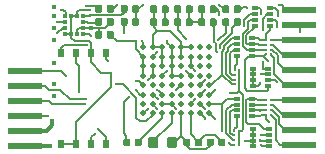
<source format=gbr>
G04 #@! TF.GenerationSoftware,KiCad,Pcbnew,(5.1.5-0-10_14)*
G04 #@! TF.CreationDate,2020-09-25T15:53:29-04:00*
G04 #@! TF.ProjectId,ESLO_RB,45534c4f-5f52-4422-9e6b-696361645f70,rev?*
G04 #@! TF.SameCoordinates,Original*
G04 #@! TF.FileFunction,Copper,L4,Bot*
G04 #@! TF.FilePolarity,Positive*
%FSLAX46Y46*%
G04 Gerber Fmt 4.6, Leading zero omitted, Abs format (unit mm)*
G04 Created by KiCad (PCBNEW (5.1.5-0-10_14)) date 2020-09-25 15:53:29*
%MOMM*%
%LPD*%
G04 APERTURE LIST*
%ADD10R,0.500000X0.650000*%
%ADD11C,0.100000*%
%ADD12R,0.560000X0.300000*%
%ADD13R,0.150000X0.220000*%
%ADD14R,3.000000X0.600000*%
%ADD15R,0.375000X0.350000*%
%ADD16R,0.350000X0.375000*%
%ADD17C,0.500000*%
%ADD18C,0.450000*%
%ADD19C,0.254000*%
%ADD20C,0.300000*%
%ADD21C,0.150000*%
G04 APERTURE END LIST*
D10*
X133225000Y-94105000D03*
X133225000Y-101855000D03*
X131955000Y-94105000D03*
X131955000Y-101855000D03*
X130685000Y-94105000D03*
X130685000Y-101855000D03*
X129415000Y-94105000D03*
X129415000Y-101855000D03*
G04 #@! TA.AperFunction,SMDPad,CuDef*
D11*
G36*
X138381958Y-90105710D02*
G01*
X138396276Y-90107834D01*
X138410317Y-90111351D01*
X138423946Y-90116228D01*
X138437031Y-90122417D01*
X138449447Y-90129858D01*
X138461073Y-90138481D01*
X138471798Y-90148202D01*
X138481519Y-90158927D01*
X138490142Y-90170553D01*
X138497583Y-90182969D01*
X138503772Y-90196054D01*
X138508649Y-90209683D01*
X138512166Y-90223724D01*
X138514290Y-90238042D01*
X138515000Y-90252500D01*
X138515000Y-90597500D01*
X138514290Y-90611958D01*
X138512166Y-90626276D01*
X138508649Y-90640317D01*
X138503772Y-90653946D01*
X138497583Y-90667031D01*
X138490142Y-90679447D01*
X138481519Y-90691073D01*
X138471798Y-90701798D01*
X138461073Y-90711519D01*
X138449447Y-90720142D01*
X138437031Y-90727583D01*
X138423946Y-90733772D01*
X138410317Y-90738649D01*
X138396276Y-90742166D01*
X138381958Y-90744290D01*
X138367500Y-90745000D01*
X138072500Y-90745000D01*
X138058042Y-90744290D01*
X138043724Y-90742166D01*
X138029683Y-90738649D01*
X138016054Y-90733772D01*
X138002969Y-90727583D01*
X137990553Y-90720142D01*
X137978927Y-90711519D01*
X137968202Y-90701798D01*
X137958481Y-90691073D01*
X137949858Y-90679447D01*
X137942417Y-90667031D01*
X137936228Y-90653946D01*
X137931351Y-90640317D01*
X137927834Y-90626276D01*
X137925710Y-90611958D01*
X137925000Y-90597500D01*
X137925000Y-90252500D01*
X137925710Y-90238042D01*
X137927834Y-90223724D01*
X137931351Y-90209683D01*
X137936228Y-90196054D01*
X137942417Y-90182969D01*
X137949858Y-90170553D01*
X137958481Y-90158927D01*
X137968202Y-90148202D01*
X137978927Y-90138481D01*
X137990553Y-90129858D01*
X138002969Y-90122417D01*
X138016054Y-90116228D01*
X138029683Y-90111351D01*
X138043724Y-90107834D01*
X138058042Y-90105710D01*
X138072500Y-90105000D01*
X138367500Y-90105000D01*
X138381958Y-90105710D01*
G37*
G04 #@! TD.AperFunction*
G04 #@! TA.AperFunction,SMDPad,CuDef*
G36*
X137411958Y-90105710D02*
G01*
X137426276Y-90107834D01*
X137440317Y-90111351D01*
X137453946Y-90116228D01*
X137467031Y-90122417D01*
X137479447Y-90129858D01*
X137491073Y-90138481D01*
X137501798Y-90148202D01*
X137511519Y-90158927D01*
X137520142Y-90170553D01*
X137527583Y-90182969D01*
X137533772Y-90196054D01*
X137538649Y-90209683D01*
X137542166Y-90223724D01*
X137544290Y-90238042D01*
X137545000Y-90252500D01*
X137545000Y-90597500D01*
X137544290Y-90611958D01*
X137542166Y-90626276D01*
X137538649Y-90640317D01*
X137533772Y-90653946D01*
X137527583Y-90667031D01*
X137520142Y-90679447D01*
X137511519Y-90691073D01*
X137501798Y-90701798D01*
X137491073Y-90711519D01*
X137479447Y-90720142D01*
X137467031Y-90727583D01*
X137453946Y-90733772D01*
X137440317Y-90738649D01*
X137426276Y-90742166D01*
X137411958Y-90744290D01*
X137397500Y-90745000D01*
X137102500Y-90745000D01*
X137088042Y-90744290D01*
X137073724Y-90742166D01*
X137059683Y-90738649D01*
X137046054Y-90733772D01*
X137032969Y-90727583D01*
X137020553Y-90720142D01*
X137008927Y-90711519D01*
X136998202Y-90701798D01*
X136988481Y-90691073D01*
X136979858Y-90679447D01*
X136972417Y-90667031D01*
X136966228Y-90653946D01*
X136961351Y-90640317D01*
X136957834Y-90626276D01*
X136955710Y-90611958D01*
X136955000Y-90597500D01*
X136955000Y-90252500D01*
X136955710Y-90238042D01*
X136957834Y-90223724D01*
X136961351Y-90209683D01*
X136966228Y-90196054D01*
X136972417Y-90182969D01*
X136979858Y-90170553D01*
X136988481Y-90158927D01*
X136998202Y-90148202D01*
X137008927Y-90138481D01*
X137020553Y-90129858D01*
X137032969Y-90122417D01*
X137046054Y-90116228D01*
X137059683Y-90111351D01*
X137073724Y-90107834D01*
X137088042Y-90105710D01*
X137102500Y-90105000D01*
X137397500Y-90105000D01*
X137411958Y-90105710D01*
G37*
G04 #@! TD.AperFunction*
G04 #@! TA.AperFunction,SMDPad,CuDef*
G36*
X138381958Y-91205710D02*
G01*
X138396276Y-91207834D01*
X138410317Y-91211351D01*
X138423946Y-91216228D01*
X138437031Y-91222417D01*
X138449447Y-91229858D01*
X138461073Y-91238481D01*
X138471798Y-91248202D01*
X138481519Y-91258927D01*
X138490142Y-91270553D01*
X138497583Y-91282969D01*
X138503772Y-91296054D01*
X138508649Y-91309683D01*
X138512166Y-91323724D01*
X138514290Y-91338042D01*
X138515000Y-91352500D01*
X138515000Y-91697500D01*
X138514290Y-91711958D01*
X138512166Y-91726276D01*
X138508649Y-91740317D01*
X138503772Y-91753946D01*
X138497583Y-91767031D01*
X138490142Y-91779447D01*
X138481519Y-91791073D01*
X138471798Y-91801798D01*
X138461073Y-91811519D01*
X138449447Y-91820142D01*
X138437031Y-91827583D01*
X138423946Y-91833772D01*
X138410317Y-91838649D01*
X138396276Y-91842166D01*
X138381958Y-91844290D01*
X138367500Y-91845000D01*
X138072500Y-91845000D01*
X138058042Y-91844290D01*
X138043724Y-91842166D01*
X138029683Y-91838649D01*
X138016054Y-91833772D01*
X138002969Y-91827583D01*
X137990553Y-91820142D01*
X137978927Y-91811519D01*
X137968202Y-91801798D01*
X137958481Y-91791073D01*
X137949858Y-91779447D01*
X137942417Y-91767031D01*
X137936228Y-91753946D01*
X137931351Y-91740317D01*
X137927834Y-91726276D01*
X137925710Y-91711958D01*
X137925000Y-91697500D01*
X137925000Y-91352500D01*
X137925710Y-91338042D01*
X137927834Y-91323724D01*
X137931351Y-91309683D01*
X137936228Y-91296054D01*
X137942417Y-91282969D01*
X137949858Y-91270553D01*
X137958481Y-91258927D01*
X137968202Y-91248202D01*
X137978927Y-91238481D01*
X137990553Y-91229858D01*
X138002969Y-91222417D01*
X138016054Y-91216228D01*
X138029683Y-91211351D01*
X138043724Y-91207834D01*
X138058042Y-91205710D01*
X138072500Y-91205000D01*
X138367500Y-91205000D01*
X138381958Y-91205710D01*
G37*
G04 #@! TD.AperFunction*
G04 #@! TA.AperFunction,SMDPad,CuDef*
G36*
X137411958Y-91205710D02*
G01*
X137426276Y-91207834D01*
X137440317Y-91211351D01*
X137453946Y-91216228D01*
X137467031Y-91222417D01*
X137479447Y-91229858D01*
X137491073Y-91238481D01*
X137501798Y-91248202D01*
X137511519Y-91258927D01*
X137520142Y-91270553D01*
X137527583Y-91282969D01*
X137533772Y-91296054D01*
X137538649Y-91309683D01*
X137542166Y-91323724D01*
X137544290Y-91338042D01*
X137545000Y-91352500D01*
X137545000Y-91697500D01*
X137544290Y-91711958D01*
X137542166Y-91726276D01*
X137538649Y-91740317D01*
X137533772Y-91753946D01*
X137527583Y-91767031D01*
X137520142Y-91779447D01*
X137511519Y-91791073D01*
X137501798Y-91801798D01*
X137491073Y-91811519D01*
X137479447Y-91820142D01*
X137467031Y-91827583D01*
X137453946Y-91833772D01*
X137440317Y-91838649D01*
X137426276Y-91842166D01*
X137411958Y-91844290D01*
X137397500Y-91845000D01*
X137102500Y-91845000D01*
X137088042Y-91844290D01*
X137073724Y-91842166D01*
X137059683Y-91838649D01*
X137046054Y-91833772D01*
X137032969Y-91827583D01*
X137020553Y-91820142D01*
X137008927Y-91811519D01*
X136998202Y-91801798D01*
X136988481Y-91791073D01*
X136979858Y-91779447D01*
X136972417Y-91767031D01*
X136966228Y-91753946D01*
X136961351Y-91740317D01*
X136957834Y-91726276D01*
X136955710Y-91711958D01*
X136955000Y-91697500D01*
X136955000Y-91352500D01*
X136955710Y-91338042D01*
X136957834Y-91323724D01*
X136961351Y-91309683D01*
X136966228Y-91296054D01*
X136972417Y-91282969D01*
X136979858Y-91270553D01*
X136988481Y-91258927D01*
X136998202Y-91248202D01*
X137008927Y-91238481D01*
X137020553Y-91229858D01*
X137032969Y-91222417D01*
X137046054Y-91216228D01*
X137059683Y-91211351D01*
X137073724Y-91207834D01*
X137088042Y-91205710D01*
X137102500Y-91205000D01*
X137397500Y-91205000D01*
X137411958Y-91205710D01*
G37*
G04 #@! TD.AperFunction*
D12*
X145800000Y-90350000D03*
X147120000Y-90350000D03*
X145800000Y-90850000D03*
X147120000Y-90850000D03*
X145800000Y-91350000D03*
X147120000Y-91350000D03*
X145800000Y-91850000D03*
X147120000Y-91850000D03*
D13*
X144075000Y-100700000D03*
X144475000Y-100700000D03*
X144075000Y-101100000D03*
X144475000Y-101100000D03*
X144075000Y-101500000D03*
X144475000Y-101500000D03*
X144075000Y-101900000D03*
X144475000Y-101900000D03*
X147150000Y-99350000D03*
X146750000Y-99350000D03*
X147150000Y-98950000D03*
X146750000Y-98950000D03*
X147150000Y-98550000D03*
X146750000Y-98550000D03*
X147150000Y-98150000D03*
X146750000Y-98150000D03*
X144100000Y-95600000D03*
X144500000Y-95600000D03*
X144100000Y-96000000D03*
X144500000Y-96000000D03*
X144100000Y-96400000D03*
X144500000Y-96400000D03*
X144100000Y-96800000D03*
X144500000Y-96800000D03*
X147150000Y-94250000D03*
X146750000Y-94250000D03*
X147150000Y-93850000D03*
X146750000Y-93850000D03*
X147150000Y-93450000D03*
X146750000Y-93450000D03*
X147150000Y-93050000D03*
X146750000Y-93050000D03*
D12*
X145595000Y-99500000D03*
X144275000Y-99500000D03*
X145595000Y-99000000D03*
X144275000Y-99000000D03*
X145595000Y-98500000D03*
X144275000Y-98500000D03*
X145595000Y-98000000D03*
X144275000Y-98000000D03*
X146985000Y-102050000D03*
X145665000Y-102050000D03*
X146985000Y-101550000D03*
X145665000Y-101550000D03*
X146985000Y-101050000D03*
X145665000Y-101050000D03*
X146985000Y-100550000D03*
X145665000Y-100550000D03*
X145600000Y-94400000D03*
X144280000Y-94400000D03*
X145600000Y-93900000D03*
X144280000Y-93900000D03*
X145600000Y-93400000D03*
X144280000Y-93400000D03*
X145600000Y-92900000D03*
X144280000Y-92900000D03*
X146960000Y-96950000D03*
X145640000Y-96950000D03*
X146960000Y-96450000D03*
X145640000Y-96450000D03*
X146960000Y-95950000D03*
X145640000Y-95950000D03*
X146960000Y-95450000D03*
X145640000Y-95450000D03*
G04 #@! TA.AperFunction,SMDPad,CuDef*
D11*
G36*
X143526958Y-91205710D02*
G01*
X143541276Y-91207834D01*
X143555317Y-91211351D01*
X143568946Y-91216228D01*
X143582031Y-91222417D01*
X143594447Y-91229858D01*
X143606073Y-91238481D01*
X143616798Y-91248202D01*
X143626519Y-91258927D01*
X143635142Y-91270553D01*
X143642583Y-91282969D01*
X143648772Y-91296054D01*
X143653649Y-91309683D01*
X143657166Y-91323724D01*
X143659290Y-91338042D01*
X143660000Y-91352500D01*
X143660000Y-91697500D01*
X143659290Y-91711958D01*
X143657166Y-91726276D01*
X143653649Y-91740317D01*
X143648772Y-91753946D01*
X143642583Y-91767031D01*
X143635142Y-91779447D01*
X143626519Y-91791073D01*
X143616798Y-91801798D01*
X143606073Y-91811519D01*
X143594447Y-91820142D01*
X143582031Y-91827583D01*
X143568946Y-91833772D01*
X143555317Y-91838649D01*
X143541276Y-91842166D01*
X143526958Y-91844290D01*
X143512500Y-91845000D01*
X143217500Y-91845000D01*
X143203042Y-91844290D01*
X143188724Y-91842166D01*
X143174683Y-91838649D01*
X143161054Y-91833772D01*
X143147969Y-91827583D01*
X143135553Y-91820142D01*
X143123927Y-91811519D01*
X143113202Y-91801798D01*
X143103481Y-91791073D01*
X143094858Y-91779447D01*
X143087417Y-91767031D01*
X143081228Y-91753946D01*
X143076351Y-91740317D01*
X143072834Y-91726276D01*
X143070710Y-91711958D01*
X143070000Y-91697500D01*
X143070000Y-91352500D01*
X143070710Y-91338042D01*
X143072834Y-91323724D01*
X143076351Y-91309683D01*
X143081228Y-91296054D01*
X143087417Y-91282969D01*
X143094858Y-91270553D01*
X143103481Y-91258927D01*
X143113202Y-91248202D01*
X143123927Y-91238481D01*
X143135553Y-91229858D01*
X143147969Y-91222417D01*
X143161054Y-91216228D01*
X143174683Y-91211351D01*
X143188724Y-91207834D01*
X143203042Y-91205710D01*
X143217500Y-91205000D01*
X143512500Y-91205000D01*
X143526958Y-91205710D01*
G37*
G04 #@! TD.AperFunction*
G04 #@! TA.AperFunction,SMDPad,CuDef*
G36*
X144496958Y-91205710D02*
G01*
X144511276Y-91207834D01*
X144525317Y-91211351D01*
X144538946Y-91216228D01*
X144552031Y-91222417D01*
X144564447Y-91229858D01*
X144576073Y-91238481D01*
X144586798Y-91248202D01*
X144596519Y-91258927D01*
X144605142Y-91270553D01*
X144612583Y-91282969D01*
X144618772Y-91296054D01*
X144623649Y-91309683D01*
X144627166Y-91323724D01*
X144629290Y-91338042D01*
X144630000Y-91352500D01*
X144630000Y-91697500D01*
X144629290Y-91711958D01*
X144627166Y-91726276D01*
X144623649Y-91740317D01*
X144618772Y-91753946D01*
X144612583Y-91767031D01*
X144605142Y-91779447D01*
X144596519Y-91791073D01*
X144586798Y-91801798D01*
X144576073Y-91811519D01*
X144564447Y-91820142D01*
X144552031Y-91827583D01*
X144538946Y-91833772D01*
X144525317Y-91838649D01*
X144511276Y-91842166D01*
X144496958Y-91844290D01*
X144482500Y-91845000D01*
X144187500Y-91845000D01*
X144173042Y-91844290D01*
X144158724Y-91842166D01*
X144144683Y-91838649D01*
X144131054Y-91833772D01*
X144117969Y-91827583D01*
X144105553Y-91820142D01*
X144093927Y-91811519D01*
X144083202Y-91801798D01*
X144073481Y-91791073D01*
X144064858Y-91779447D01*
X144057417Y-91767031D01*
X144051228Y-91753946D01*
X144046351Y-91740317D01*
X144042834Y-91726276D01*
X144040710Y-91711958D01*
X144040000Y-91697500D01*
X144040000Y-91352500D01*
X144040710Y-91338042D01*
X144042834Y-91323724D01*
X144046351Y-91309683D01*
X144051228Y-91296054D01*
X144057417Y-91282969D01*
X144064858Y-91270553D01*
X144073481Y-91258927D01*
X144083202Y-91248202D01*
X144093927Y-91238481D01*
X144105553Y-91229858D01*
X144117969Y-91222417D01*
X144131054Y-91216228D01*
X144144683Y-91211351D01*
X144158724Y-91207834D01*
X144173042Y-91205710D01*
X144187500Y-91205000D01*
X144482500Y-91205000D01*
X144496958Y-91205710D01*
G37*
G04 #@! TD.AperFunction*
D14*
X149600000Y-90485000D03*
X149600000Y-91755000D03*
X149600000Y-93025000D03*
X149600000Y-94295000D03*
X149600000Y-95565000D03*
X149600000Y-96835000D03*
X149600000Y-98105000D03*
X149600000Y-99375000D03*
X149600000Y-100645000D03*
X149600000Y-101915000D03*
X126400000Y-95625000D03*
X126400000Y-96895000D03*
X126400000Y-98165000D03*
X126400000Y-99435000D03*
X126400000Y-100705000D03*
X126400000Y-101975000D03*
D15*
X129775000Y-91500000D03*
X129775000Y-92000000D03*
X131300000Y-92000000D03*
X131300000Y-91500000D03*
D16*
X129787500Y-92512500D03*
X129787500Y-90987500D03*
X131287500Y-92512500D03*
X131287500Y-90987500D03*
X130787500Y-92512500D03*
X130287500Y-92512500D03*
X130787500Y-90987500D03*
X130287500Y-90987500D03*
D17*
X136375000Y-99250000D03*
X136375000Y-98450000D03*
X136375000Y-97650000D03*
X136375000Y-96850000D03*
X136375000Y-96050000D03*
X136375000Y-95250000D03*
X136375000Y-94450000D03*
X136375000Y-93650000D03*
X137175000Y-99250000D03*
X137175000Y-98450000D03*
X137175000Y-97650000D03*
X137175000Y-96850000D03*
X137175000Y-96050000D03*
X137175000Y-95250000D03*
X137175000Y-94450000D03*
X137175000Y-93650000D03*
X137975000Y-99250000D03*
X137975000Y-98450000D03*
X137975000Y-97650000D03*
X137975000Y-96850000D03*
X137975000Y-96050000D03*
X137975000Y-95250000D03*
X137975000Y-94450000D03*
X137975000Y-93650000D03*
X138775000Y-99250000D03*
X138775000Y-98450000D03*
X138775000Y-97650000D03*
X138775000Y-96850000D03*
X138775000Y-96050000D03*
X138775000Y-95250000D03*
X138775000Y-94450000D03*
X138775000Y-93650000D03*
X139575000Y-99250000D03*
X139575000Y-98450000D03*
X139575000Y-97650000D03*
X139575000Y-96850000D03*
X139575000Y-96050000D03*
X139575000Y-95250000D03*
X139575000Y-94450000D03*
X139575000Y-93650000D03*
X140375000Y-99250000D03*
X140375000Y-98450000D03*
X140375000Y-97650000D03*
X140375000Y-96850000D03*
X140375000Y-96050000D03*
X140375000Y-95250000D03*
X140375000Y-94450000D03*
X140375000Y-93650000D03*
X141175000Y-99250000D03*
X141175000Y-98450000D03*
X141175000Y-97650000D03*
X141175000Y-96850000D03*
X141175000Y-96050000D03*
X141175000Y-95250000D03*
X141175000Y-94450000D03*
X141175000Y-93650000D03*
X141975000Y-99250000D03*
X141975000Y-98450000D03*
X141975000Y-97650000D03*
X141975000Y-96850000D03*
X141975000Y-96050000D03*
X141975000Y-95250000D03*
X141975000Y-94450000D03*
X141975000Y-93650000D03*
G04 #@! TA.AperFunction,SMDPad,CuDef*
D11*
G36*
X144496958Y-90105710D02*
G01*
X144511276Y-90107834D01*
X144525317Y-90111351D01*
X144538946Y-90116228D01*
X144552031Y-90122417D01*
X144564447Y-90129858D01*
X144576073Y-90138481D01*
X144586798Y-90148202D01*
X144596519Y-90158927D01*
X144605142Y-90170553D01*
X144612583Y-90182969D01*
X144618772Y-90196054D01*
X144623649Y-90209683D01*
X144627166Y-90223724D01*
X144629290Y-90238042D01*
X144630000Y-90252500D01*
X144630000Y-90597500D01*
X144629290Y-90611958D01*
X144627166Y-90626276D01*
X144623649Y-90640317D01*
X144618772Y-90653946D01*
X144612583Y-90667031D01*
X144605142Y-90679447D01*
X144596519Y-90691073D01*
X144586798Y-90701798D01*
X144576073Y-90711519D01*
X144564447Y-90720142D01*
X144552031Y-90727583D01*
X144538946Y-90733772D01*
X144525317Y-90738649D01*
X144511276Y-90742166D01*
X144496958Y-90744290D01*
X144482500Y-90745000D01*
X144187500Y-90745000D01*
X144173042Y-90744290D01*
X144158724Y-90742166D01*
X144144683Y-90738649D01*
X144131054Y-90733772D01*
X144117969Y-90727583D01*
X144105553Y-90720142D01*
X144093927Y-90711519D01*
X144083202Y-90701798D01*
X144073481Y-90691073D01*
X144064858Y-90679447D01*
X144057417Y-90667031D01*
X144051228Y-90653946D01*
X144046351Y-90640317D01*
X144042834Y-90626276D01*
X144040710Y-90611958D01*
X144040000Y-90597500D01*
X144040000Y-90252500D01*
X144040710Y-90238042D01*
X144042834Y-90223724D01*
X144046351Y-90209683D01*
X144051228Y-90196054D01*
X144057417Y-90182969D01*
X144064858Y-90170553D01*
X144073481Y-90158927D01*
X144083202Y-90148202D01*
X144093927Y-90138481D01*
X144105553Y-90129858D01*
X144117969Y-90122417D01*
X144131054Y-90116228D01*
X144144683Y-90111351D01*
X144158724Y-90107834D01*
X144173042Y-90105710D01*
X144187500Y-90105000D01*
X144482500Y-90105000D01*
X144496958Y-90105710D01*
G37*
G04 #@! TD.AperFunction*
G04 #@! TA.AperFunction,SMDPad,CuDef*
G36*
X143526958Y-90105710D02*
G01*
X143541276Y-90107834D01*
X143555317Y-90111351D01*
X143568946Y-90116228D01*
X143582031Y-90122417D01*
X143594447Y-90129858D01*
X143606073Y-90138481D01*
X143616798Y-90148202D01*
X143626519Y-90158927D01*
X143635142Y-90170553D01*
X143642583Y-90182969D01*
X143648772Y-90196054D01*
X143653649Y-90209683D01*
X143657166Y-90223724D01*
X143659290Y-90238042D01*
X143660000Y-90252500D01*
X143660000Y-90597500D01*
X143659290Y-90611958D01*
X143657166Y-90626276D01*
X143653649Y-90640317D01*
X143648772Y-90653946D01*
X143642583Y-90667031D01*
X143635142Y-90679447D01*
X143626519Y-90691073D01*
X143616798Y-90701798D01*
X143606073Y-90711519D01*
X143594447Y-90720142D01*
X143582031Y-90727583D01*
X143568946Y-90733772D01*
X143555317Y-90738649D01*
X143541276Y-90742166D01*
X143526958Y-90744290D01*
X143512500Y-90745000D01*
X143217500Y-90745000D01*
X143203042Y-90744290D01*
X143188724Y-90742166D01*
X143174683Y-90738649D01*
X143161054Y-90733772D01*
X143147969Y-90727583D01*
X143135553Y-90720142D01*
X143123927Y-90711519D01*
X143113202Y-90701798D01*
X143103481Y-90691073D01*
X143094858Y-90679447D01*
X143087417Y-90667031D01*
X143081228Y-90653946D01*
X143076351Y-90640317D01*
X143072834Y-90626276D01*
X143070710Y-90611958D01*
X143070000Y-90597500D01*
X143070000Y-90252500D01*
X143070710Y-90238042D01*
X143072834Y-90223724D01*
X143076351Y-90209683D01*
X143081228Y-90196054D01*
X143087417Y-90182969D01*
X143094858Y-90170553D01*
X143103481Y-90158927D01*
X143113202Y-90148202D01*
X143123927Y-90138481D01*
X143135553Y-90129858D01*
X143147969Y-90122417D01*
X143161054Y-90116228D01*
X143174683Y-90111351D01*
X143188724Y-90107834D01*
X143203042Y-90105710D01*
X143217500Y-90105000D01*
X143512500Y-90105000D01*
X143526958Y-90105710D01*
G37*
G04 #@! TD.AperFunction*
G04 #@! TA.AperFunction,SMDPad,CuDef*
G36*
X134911958Y-91180710D02*
G01*
X134926276Y-91182834D01*
X134940317Y-91186351D01*
X134953946Y-91191228D01*
X134967031Y-91197417D01*
X134979447Y-91204858D01*
X134991073Y-91213481D01*
X135001798Y-91223202D01*
X135011519Y-91233927D01*
X135020142Y-91245553D01*
X135027583Y-91257969D01*
X135033772Y-91271054D01*
X135038649Y-91284683D01*
X135042166Y-91298724D01*
X135044290Y-91313042D01*
X135045000Y-91327500D01*
X135045000Y-91672500D01*
X135044290Y-91686958D01*
X135042166Y-91701276D01*
X135038649Y-91715317D01*
X135033772Y-91728946D01*
X135027583Y-91742031D01*
X135020142Y-91754447D01*
X135011519Y-91766073D01*
X135001798Y-91776798D01*
X134991073Y-91786519D01*
X134979447Y-91795142D01*
X134967031Y-91802583D01*
X134953946Y-91808772D01*
X134940317Y-91813649D01*
X134926276Y-91817166D01*
X134911958Y-91819290D01*
X134897500Y-91820000D01*
X134602500Y-91820000D01*
X134588042Y-91819290D01*
X134573724Y-91817166D01*
X134559683Y-91813649D01*
X134546054Y-91808772D01*
X134532969Y-91802583D01*
X134520553Y-91795142D01*
X134508927Y-91786519D01*
X134498202Y-91776798D01*
X134488481Y-91766073D01*
X134479858Y-91754447D01*
X134472417Y-91742031D01*
X134466228Y-91728946D01*
X134461351Y-91715317D01*
X134457834Y-91701276D01*
X134455710Y-91686958D01*
X134455000Y-91672500D01*
X134455000Y-91327500D01*
X134455710Y-91313042D01*
X134457834Y-91298724D01*
X134461351Y-91284683D01*
X134466228Y-91271054D01*
X134472417Y-91257969D01*
X134479858Y-91245553D01*
X134488481Y-91233927D01*
X134498202Y-91223202D01*
X134508927Y-91213481D01*
X134520553Y-91204858D01*
X134532969Y-91197417D01*
X134546054Y-91191228D01*
X134559683Y-91186351D01*
X134573724Y-91182834D01*
X134588042Y-91180710D01*
X134602500Y-91180000D01*
X134897500Y-91180000D01*
X134911958Y-91180710D01*
G37*
G04 #@! TD.AperFunction*
G04 #@! TA.AperFunction,SMDPad,CuDef*
G36*
X135881958Y-91180710D02*
G01*
X135896276Y-91182834D01*
X135910317Y-91186351D01*
X135923946Y-91191228D01*
X135937031Y-91197417D01*
X135949447Y-91204858D01*
X135961073Y-91213481D01*
X135971798Y-91223202D01*
X135981519Y-91233927D01*
X135990142Y-91245553D01*
X135997583Y-91257969D01*
X136003772Y-91271054D01*
X136008649Y-91284683D01*
X136012166Y-91298724D01*
X136014290Y-91313042D01*
X136015000Y-91327500D01*
X136015000Y-91672500D01*
X136014290Y-91686958D01*
X136012166Y-91701276D01*
X136008649Y-91715317D01*
X136003772Y-91728946D01*
X135997583Y-91742031D01*
X135990142Y-91754447D01*
X135981519Y-91766073D01*
X135971798Y-91776798D01*
X135961073Y-91786519D01*
X135949447Y-91795142D01*
X135937031Y-91802583D01*
X135923946Y-91808772D01*
X135910317Y-91813649D01*
X135896276Y-91817166D01*
X135881958Y-91819290D01*
X135867500Y-91820000D01*
X135572500Y-91820000D01*
X135558042Y-91819290D01*
X135543724Y-91817166D01*
X135529683Y-91813649D01*
X135516054Y-91808772D01*
X135502969Y-91802583D01*
X135490553Y-91795142D01*
X135478927Y-91786519D01*
X135468202Y-91776798D01*
X135458481Y-91766073D01*
X135449858Y-91754447D01*
X135442417Y-91742031D01*
X135436228Y-91728946D01*
X135431351Y-91715317D01*
X135427834Y-91701276D01*
X135425710Y-91686958D01*
X135425000Y-91672500D01*
X135425000Y-91327500D01*
X135425710Y-91313042D01*
X135427834Y-91298724D01*
X135431351Y-91284683D01*
X135436228Y-91271054D01*
X135442417Y-91257969D01*
X135449858Y-91245553D01*
X135458481Y-91233927D01*
X135468202Y-91223202D01*
X135478927Y-91213481D01*
X135490553Y-91204858D01*
X135502969Y-91197417D01*
X135516054Y-91191228D01*
X135529683Y-91186351D01*
X135543724Y-91182834D01*
X135558042Y-91180710D01*
X135572500Y-91180000D01*
X135867500Y-91180000D01*
X135881958Y-91180710D01*
G37*
G04 #@! TD.AperFunction*
G04 #@! TA.AperFunction,SMDPad,CuDef*
G36*
X134911958Y-90080710D02*
G01*
X134926276Y-90082834D01*
X134940317Y-90086351D01*
X134953946Y-90091228D01*
X134967031Y-90097417D01*
X134979447Y-90104858D01*
X134991073Y-90113481D01*
X135001798Y-90123202D01*
X135011519Y-90133927D01*
X135020142Y-90145553D01*
X135027583Y-90157969D01*
X135033772Y-90171054D01*
X135038649Y-90184683D01*
X135042166Y-90198724D01*
X135044290Y-90213042D01*
X135045000Y-90227500D01*
X135045000Y-90572500D01*
X135044290Y-90586958D01*
X135042166Y-90601276D01*
X135038649Y-90615317D01*
X135033772Y-90628946D01*
X135027583Y-90642031D01*
X135020142Y-90654447D01*
X135011519Y-90666073D01*
X135001798Y-90676798D01*
X134991073Y-90686519D01*
X134979447Y-90695142D01*
X134967031Y-90702583D01*
X134953946Y-90708772D01*
X134940317Y-90713649D01*
X134926276Y-90717166D01*
X134911958Y-90719290D01*
X134897500Y-90720000D01*
X134602500Y-90720000D01*
X134588042Y-90719290D01*
X134573724Y-90717166D01*
X134559683Y-90713649D01*
X134546054Y-90708772D01*
X134532969Y-90702583D01*
X134520553Y-90695142D01*
X134508927Y-90686519D01*
X134498202Y-90676798D01*
X134488481Y-90666073D01*
X134479858Y-90654447D01*
X134472417Y-90642031D01*
X134466228Y-90628946D01*
X134461351Y-90615317D01*
X134457834Y-90601276D01*
X134455710Y-90586958D01*
X134455000Y-90572500D01*
X134455000Y-90227500D01*
X134455710Y-90213042D01*
X134457834Y-90198724D01*
X134461351Y-90184683D01*
X134466228Y-90171054D01*
X134472417Y-90157969D01*
X134479858Y-90145553D01*
X134488481Y-90133927D01*
X134498202Y-90123202D01*
X134508927Y-90113481D01*
X134520553Y-90104858D01*
X134532969Y-90097417D01*
X134546054Y-90091228D01*
X134559683Y-90086351D01*
X134573724Y-90082834D01*
X134588042Y-90080710D01*
X134602500Y-90080000D01*
X134897500Y-90080000D01*
X134911958Y-90080710D01*
G37*
G04 #@! TD.AperFunction*
G04 #@! TA.AperFunction,SMDPad,CuDef*
G36*
X135881958Y-90080710D02*
G01*
X135896276Y-90082834D01*
X135910317Y-90086351D01*
X135923946Y-90091228D01*
X135937031Y-90097417D01*
X135949447Y-90104858D01*
X135961073Y-90113481D01*
X135971798Y-90123202D01*
X135981519Y-90133927D01*
X135990142Y-90145553D01*
X135997583Y-90157969D01*
X136003772Y-90171054D01*
X136008649Y-90184683D01*
X136012166Y-90198724D01*
X136014290Y-90213042D01*
X136015000Y-90227500D01*
X136015000Y-90572500D01*
X136014290Y-90586958D01*
X136012166Y-90601276D01*
X136008649Y-90615317D01*
X136003772Y-90628946D01*
X135997583Y-90642031D01*
X135990142Y-90654447D01*
X135981519Y-90666073D01*
X135971798Y-90676798D01*
X135961073Y-90686519D01*
X135949447Y-90695142D01*
X135937031Y-90702583D01*
X135923946Y-90708772D01*
X135910317Y-90713649D01*
X135896276Y-90717166D01*
X135881958Y-90719290D01*
X135867500Y-90720000D01*
X135572500Y-90720000D01*
X135558042Y-90719290D01*
X135543724Y-90717166D01*
X135529683Y-90713649D01*
X135516054Y-90708772D01*
X135502969Y-90702583D01*
X135490553Y-90695142D01*
X135478927Y-90686519D01*
X135468202Y-90676798D01*
X135458481Y-90666073D01*
X135449858Y-90654447D01*
X135442417Y-90642031D01*
X135436228Y-90628946D01*
X135431351Y-90615317D01*
X135427834Y-90601276D01*
X135425710Y-90586958D01*
X135425000Y-90572500D01*
X135425000Y-90227500D01*
X135425710Y-90213042D01*
X135427834Y-90198724D01*
X135431351Y-90184683D01*
X135436228Y-90171054D01*
X135442417Y-90157969D01*
X135449858Y-90145553D01*
X135458481Y-90133927D01*
X135468202Y-90123202D01*
X135478927Y-90113481D01*
X135490553Y-90104858D01*
X135502969Y-90097417D01*
X135516054Y-90091228D01*
X135529683Y-90086351D01*
X135543724Y-90082834D01*
X135558042Y-90080710D01*
X135572500Y-90080000D01*
X135867500Y-90080000D01*
X135881958Y-90080710D01*
G37*
G04 #@! TD.AperFunction*
G04 #@! TA.AperFunction,SMDPad,CuDef*
G36*
X141476958Y-91205710D02*
G01*
X141491276Y-91207834D01*
X141505317Y-91211351D01*
X141518946Y-91216228D01*
X141532031Y-91222417D01*
X141544447Y-91229858D01*
X141556073Y-91238481D01*
X141566798Y-91248202D01*
X141576519Y-91258927D01*
X141585142Y-91270553D01*
X141592583Y-91282969D01*
X141598772Y-91296054D01*
X141603649Y-91309683D01*
X141607166Y-91323724D01*
X141609290Y-91338042D01*
X141610000Y-91352500D01*
X141610000Y-91697500D01*
X141609290Y-91711958D01*
X141607166Y-91726276D01*
X141603649Y-91740317D01*
X141598772Y-91753946D01*
X141592583Y-91767031D01*
X141585142Y-91779447D01*
X141576519Y-91791073D01*
X141566798Y-91801798D01*
X141556073Y-91811519D01*
X141544447Y-91820142D01*
X141532031Y-91827583D01*
X141518946Y-91833772D01*
X141505317Y-91838649D01*
X141491276Y-91842166D01*
X141476958Y-91844290D01*
X141462500Y-91845000D01*
X141167500Y-91845000D01*
X141153042Y-91844290D01*
X141138724Y-91842166D01*
X141124683Y-91838649D01*
X141111054Y-91833772D01*
X141097969Y-91827583D01*
X141085553Y-91820142D01*
X141073927Y-91811519D01*
X141063202Y-91801798D01*
X141053481Y-91791073D01*
X141044858Y-91779447D01*
X141037417Y-91767031D01*
X141031228Y-91753946D01*
X141026351Y-91740317D01*
X141022834Y-91726276D01*
X141020710Y-91711958D01*
X141020000Y-91697500D01*
X141020000Y-91352500D01*
X141020710Y-91338042D01*
X141022834Y-91323724D01*
X141026351Y-91309683D01*
X141031228Y-91296054D01*
X141037417Y-91282969D01*
X141044858Y-91270553D01*
X141053481Y-91258927D01*
X141063202Y-91248202D01*
X141073927Y-91238481D01*
X141085553Y-91229858D01*
X141097969Y-91222417D01*
X141111054Y-91216228D01*
X141124683Y-91211351D01*
X141138724Y-91207834D01*
X141153042Y-91205710D01*
X141167500Y-91205000D01*
X141462500Y-91205000D01*
X141476958Y-91205710D01*
G37*
G04 #@! TD.AperFunction*
G04 #@! TA.AperFunction,SMDPad,CuDef*
G36*
X142446958Y-91205710D02*
G01*
X142461276Y-91207834D01*
X142475317Y-91211351D01*
X142488946Y-91216228D01*
X142502031Y-91222417D01*
X142514447Y-91229858D01*
X142526073Y-91238481D01*
X142536798Y-91248202D01*
X142546519Y-91258927D01*
X142555142Y-91270553D01*
X142562583Y-91282969D01*
X142568772Y-91296054D01*
X142573649Y-91309683D01*
X142577166Y-91323724D01*
X142579290Y-91338042D01*
X142580000Y-91352500D01*
X142580000Y-91697500D01*
X142579290Y-91711958D01*
X142577166Y-91726276D01*
X142573649Y-91740317D01*
X142568772Y-91753946D01*
X142562583Y-91767031D01*
X142555142Y-91779447D01*
X142546519Y-91791073D01*
X142536798Y-91801798D01*
X142526073Y-91811519D01*
X142514447Y-91820142D01*
X142502031Y-91827583D01*
X142488946Y-91833772D01*
X142475317Y-91838649D01*
X142461276Y-91842166D01*
X142446958Y-91844290D01*
X142432500Y-91845000D01*
X142137500Y-91845000D01*
X142123042Y-91844290D01*
X142108724Y-91842166D01*
X142094683Y-91838649D01*
X142081054Y-91833772D01*
X142067969Y-91827583D01*
X142055553Y-91820142D01*
X142043927Y-91811519D01*
X142033202Y-91801798D01*
X142023481Y-91791073D01*
X142014858Y-91779447D01*
X142007417Y-91767031D01*
X142001228Y-91753946D01*
X141996351Y-91740317D01*
X141992834Y-91726276D01*
X141990710Y-91711958D01*
X141990000Y-91697500D01*
X141990000Y-91352500D01*
X141990710Y-91338042D01*
X141992834Y-91323724D01*
X141996351Y-91309683D01*
X142001228Y-91296054D01*
X142007417Y-91282969D01*
X142014858Y-91270553D01*
X142023481Y-91258927D01*
X142033202Y-91248202D01*
X142043927Y-91238481D01*
X142055553Y-91229858D01*
X142067969Y-91222417D01*
X142081054Y-91216228D01*
X142094683Y-91211351D01*
X142108724Y-91207834D01*
X142123042Y-91205710D01*
X142137500Y-91205000D01*
X142432500Y-91205000D01*
X142446958Y-91205710D01*
G37*
G04 #@! TD.AperFunction*
G04 #@! TA.AperFunction,SMDPad,CuDef*
G36*
X140421958Y-90105710D02*
G01*
X140436276Y-90107834D01*
X140450317Y-90111351D01*
X140463946Y-90116228D01*
X140477031Y-90122417D01*
X140489447Y-90129858D01*
X140501073Y-90138481D01*
X140511798Y-90148202D01*
X140521519Y-90158927D01*
X140530142Y-90170553D01*
X140537583Y-90182969D01*
X140543772Y-90196054D01*
X140548649Y-90209683D01*
X140552166Y-90223724D01*
X140554290Y-90238042D01*
X140555000Y-90252500D01*
X140555000Y-90597500D01*
X140554290Y-90611958D01*
X140552166Y-90626276D01*
X140548649Y-90640317D01*
X140543772Y-90653946D01*
X140537583Y-90667031D01*
X140530142Y-90679447D01*
X140521519Y-90691073D01*
X140511798Y-90701798D01*
X140501073Y-90711519D01*
X140489447Y-90720142D01*
X140477031Y-90727583D01*
X140463946Y-90733772D01*
X140450317Y-90738649D01*
X140436276Y-90742166D01*
X140421958Y-90744290D01*
X140407500Y-90745000D01*
X140112500Y-90745000D01*
X140098042Y-90744290D01*
X140083724Y-90742166D01*
X140069683Y-90738649D01*
X140056054Y-90733772D01*
X140042969Y-90727583D01*
X140030553Y-90720142D01*
X140018927Y-90711519D01*
X140008202Y-90701798D01*
X139998481Y-90691073D01*
X139989858Y-90679447D01*
X139982417Y-90667031D01*
X139976228Y-90653946D01*
X139971351Y-90640317D01*
X139967834Y-90626276D01*
X139965710Y-90611958D01*
X139965000Y-90597500D01*
X139965000Y-90252500D01*
X139965710Y-90238042D01*
X139967834Y-90223724D01*
X139971351Y-90209683D01*
X139976228Y-90196054D01*
X139982417Y-90182969D01*
X139989858Y-90170553D01*
X139998481Y-90158927D01*
X140008202Y-90148202D01*
X140018927Y-90138481D01*
X140030553Y-90129858D01*
X140042969Y-90122417D01*
X140056054Y-90116228D01*
X140069683Y-90111351D01*
X140083724Y-90107834D01*
X140098042Y-90105710D01*
X140112500Y-90105000D01*
X140407500Y-90105000D01*
X140421958Y-90105710D01*
G37*
G04 #@! TD.AperFunction*
G04 #@! TA.AperFunction,SMDPad,CuDef*
G36*
X139451958Y-90105710D02*
G01*
X139466276Y-90107834D01*
X139480317Y-90111351D01*
X139493946Y-90116228D01*
X139507031Y-90122417D01*
X139519447Y-90129858D01*
X139531073Y-90138481D01*
X139541798Y-90148202D01*
X139551519Y-90158927D01*
X139560142Y-90170553D01*
X139567583Y-90182969D01*
X139573772Y-90196054D01*
X139578649Y-90209683D01*
X139582166Y-90223724D01*
X139584290Y-90238042D01*
X139585000Y-90252500D01*
X139585000Y-90597500D01*
X139584290Y-90611958D01*
X139582166Y-90626276D01*
X139578649Y-90640317D01*
X139573772Y-90653946D01*
X139567583Y-90667031D01*
X139560142Y-90679447D01*
X139551519Y-90691073D01*
X139541798Y-90701798D01*
X139531073Y-90711519D01*
X139519447Y-90720142D01*
X139507031Y-90727583D01*
X139493946Y-90733772D01*
X139480317Y-90738649D01*
X139466276Y-90742166D01*
X139451958Y-90744290D01*
X139437500Y-90745000D01*
X139142500Y-90745000D01*
X139128042Y-90744290D01*
X139113724Y-90742166D01*
X139099683Y-90738649D01*
X139086054Y-90733772D01*
X139072969Y-90727583D01*
X139060553Y-90720142D01*
X139048927Y-90711519D01*
X139038202Y-90701798D01*
X139028481Y-90691073D01*
X139019858Y-90679447D01*
X139012417Y-90667031D01*
X139006228Y-90653946D01*
X139001351Y-90640317D01*
X138997834Y-90626276D01*
X138995710Y-90611958D01*
X138995000Y-90597500D01*
X138995000Y-90252500D01*
X138995710Y-90238042D01*
X138997834Y-90223724D01*
X139001351Y-90209683D01*
X139006228Y-90196054D01*
X139012417Y-90182969D01*
X139019858Y-90170553D01*
X139028481Y-90158927D01*
X139038202Y-90148202D01*
X139048927Y-90138481D01*
X139060553Y-90129858D01*
X139072969Y-90122417D01*
X139086054Y-90116228D01*
X139099683Y-90111351D01*
X139113724Y-90107834D01*
X139128042Y-90105710D01*
X139142500Y-90105000D01*
X139437500Y-90105000D01*
X139451958Y-90105710D01*
G37*
G04 #@! TD.AperFunction*
G04 #@! TA.AperFunction,SMDPad,CuDef*
G36*
X140411958Y-91205710D02*
G01*
X140426276Y-91207834D01*
X140440317Y-91211351D01*
X140453946Y-91216228D01*
X140467031Y-91222417D01*
X140479447Y-91229858D01*
X140491073Y-91238481D01*
X140501798Y-91248202D01*
X140511519Y-91258927D01*
X140520142Y-91270553D01*
X140527583Y-91282969D01*
X140533772Y-91296054D01*
X140538649Y-91309683D01*
X140542166Y-91323724D01*
X140544290Y-91338042D01*
X140545000Y-91352500D01*
X140545000Y-91697500D01*
X140544290Y-91711958D01*
X140542166Y-91726276D01*
X140538649Y-91740317D01*
X140533772Y-91753946D01*
X140527583Y-91767031D01*
X140520142Y-91779447D01*
X140511519Y-91791073D01*
X140501798Y-91801798D01*
X140491073Y-91811519D01*
X140479447Y-91820142D01*
X140467031Y-91827583D01*
X140453946Y-91833772D01*
X140440317Y-91838649D01*
X140426276Y-91842166D01*
X140411958Y-91844290D01*
X140397500Y-91845000D01*
X140102500Y-91845000D01*
X140088042Y-91844290D01*
X140073724Y-91842166D01*
X140059683Y-91838649D01*
X140046054Y-91833772D01*
X140032969Y-91827583D01*
X140020553Y-91820142D01*
X140008927Y-91811519D01*
X139998202Y-91801798D01*
X139988481Y-91791073D01*
X139979858Y-91779447D01*
X139972417Y-91767031D01*
X139966228Y-91753946D01*
X139961351Y-91740317D01*
X139957834Y-91726276D01*
X139955710Y-91711958D01*
X139955000Y-91697500D01*
X139955000Y-91352500D01*
X139955710Y-91338042D01*
X139957834Y-91323724D01*
X139961351Y-91309683D01*
X139966228Y-91296054D01*
X139972417Y-91282969D01*
X139979858Y-91270553D01*
X139988481Y-91258927D01*
X139998202Y-91248202D01*
X140008927Y-91238481D01*
X140020553Y-91229858D01*
X140032969Y-91222417D01*
X140046054Y-91216228D01*
X140059683Y-91211351D01*
X140073724Y-91207834D01*
X140088042Y-91205710D01*
X140102500Y-91205000D01*
X140397500Y-91205000D01*
X140411958Y-91205710D01*
G37*
G04 #@! TD.AperFunction*
G04 #@! TA.AperFunction,SMDPad,CuDef*
G36*
X139441958Y-91205710D02*
G01*
X139456276Y-91207834D01*
X139470317Y-91211351D01*
X139483946Y-91216228D01*
X139497031Y-91222417D01*
X139509447Y-91229858D01*
X139521073Y-91238481D01*
X139531798Y-91248202D01*
X139541519Y-91258927D01*
X139550142Y-91270553D01*
X139557583Y-91282969D01*
X139563772Y-91296054D01*
X139568649Y-91309683D01*
X139572166Y-91323724D01*
X139574290Y-91338042D01*
X139575000Y-91352500D01*
X139575000Y-91697500D01*
X139574290Y-91711958D01*
X139572166Y-91726276D01*
X139568649Y-91740317D01*
X139563772Y-91753946D01*
X139557583Y-91767031D01*
X139550142Y-91779447D01*
X139541519Y-91791073D01*
X139531798Y-91801798D01*
X139521073Y-91811519D01*
X139509447Y-91820142D01*
X139497031Y-91827583D01*
X139483946Y-91833772D01*
X139470317Y-91838649D01*
X139456276Y-91842166D01*
X139441958Y-91844290D01*
X139427500Y-91845000D01*
X139132500Y-91845000D01*
X139118042Y-91844290D01*
X139103724Y-91842166D01*
X139089683Y-91838649D01*
X139076054Y-91833772D01*
X139062969Y-91827583D01*
X139050553Y-91820142D01*
X139038927Y-91811519D01*
X139028202Y-91801798D01*
X139018481Y-91791073D01*
X139009858Y-91779447D01*
X139002417Y-91767031D01*
X138996228Y-91753946D01*
X138991351Y-91740317D01*
X138987834Y-91726276D01*
X138985710Y-91711958D01*
X138985000Y-91697500D01*
X138985000Y-91352500D01*
X138985710Y-91338042D01*
X138987834Y-91323724D01*
X138991351Y-91309683D01*
X138996228Y-91296054D01*
X139002417Y-91282969D01*
X139009858Y-91270553D01*
X139018481Y-91258927D01*
X139028202Y-91248202D01*
X139038927Y-91238481D01*
X139050553Y-91229858D01*
X139062969Y-91222417D01*
X139076054Y-91216228D01*
X139089683Y-91211351D01*
X139103724Y-91207834D01*
X139118042Y-91205710D01*
X139132500Y-91205000D01*
X139427500Y-91205000D01*
X139441958Y-91205710D01*
G37*
G04 #@! TD.AperFunction*
G04 #@! TA.AperFunction,SMDPad,CuDef*
G36*
X135141958Y-101380710D02*
G01*
X135156276Y-101382834D01*
X135170317Y-101386351D01*
X135183946Y-101391228D01*
X135197031Y-101397417D01*
X135209447Y-101404858D01*
X135221073Y-101413481D01*
X135231798Y-101423202D01*
X135241519Y-101433927D01*
X135250142Y-101445553D01*
X135257583Y-101457969D01*
X135263772Y-101471054D01*
X135268649Y-101484683D01*
X135272166Y-101498724D01*
X135274290Y-101513042D01*
X135275000Y-101527500D01*
X135275000Y-101872500D01*
X135274290Y-101886958D01*
X135272166Y-101901276D01*
X135268649Y-101915317D01*
X135263772Y-101928946D01*
X135257583Y-101942031D01*
X135250142Y-101954447D01*
X135241519Y-101966073D01*
X135231798Y-101976798D01*
X135221073Y-101986519D01*
X135209447Y-101995142D01*
X135197031Y-102002583D01*
X135183946Y-102008772D01*
X135170317Y-102013649D01*
X135156276Y-102017166D01*
X135141958Y-102019290D01*
X135127500Y-102020000D01*
X134832500Y-102020000D01*
X134818042Y-102019290D01*
X134803724Y-102017166D01*
X134789683Y-102013649D01*
X134776054Y-102008772D01*
X134762969Y-102002583D01*
X134750553Y-101995142D01*
X134738927Y-101986519D01*
X134728202Y-101976798D01*
X134718481Y-101966073D01*
X134709858Y-101954447D01*
X134702417Y-101942031D01*
X134696228Y-101928946D01*
X134691351Y-101915317D01*
X134687834Y-101901276D01*
X134685710Y-101886958D01*
X134685000Y-101872500D01*
X134685000Y-101527500D01*
X134685710Y-101513042D01*
X134687834Y-101498724D01*
X134691351Y-101484683D01*
X134696228Y-101471054D01*
X134702417Y-101457969D01*
X134709858Y-101445553D01*
X134718481Y-101433927D01*
X134728202Y-101423202D01*
X134738927Y-101413481D01*
X134750553Y-101404858D01*
X134762969Y-101397417D01*
X134776054Y-101391228D01*
X134789683Y-101386351D01*
X134803724Y-101382834D01*
X134818042Y-101380710D01*
X134832500Y-101380000D01*
X135127500Y-101380000D01*
X135141958Y-101380710D01*
G37*
G04 #@! TD.AperFunction*
G04 #@! TA.AperFunction,SMDPad,CuDef*
G36*
X136111958Y-101380710D02*
G01*
X136126276Y-101382834D01*
X136140317Y-101386351D01*
X136153946Y-101391228D01*
X136167031Y-101397417D01*
X136179447Y-101404858D01*
X136191073Y-101413481D01*
X136201798Y-101423202D01*
X136211519Y-101433927D01*
X136220142Y-101445553D01*
X136227583Y-101457969D01*
X136233772Y-101471054D01*
X136238649Y-101484683D01*
X136242166Y-101498724D01*
X136244290Y-101513042D01*
X136245000Y-101527500D01*
X136245000Y-101872500D01*
X136244290Y-101886958D01*
X136242166Y-101901276D01*
X136238649Y-101915317D01*
X136233772Y-101928946D01*
X136227583Y-101942031D01*
X136220142Y-101954447D01*
X136211519Y-101966073D01*
X136201798Y-101976798D01*
X136191073Y-101986519D01*
X136179447Y-101995142D01*
X136167031Y-102002583D01*
X136153946Y-102008772D01*
X136140317Y-102013649D01*
X136126276Y-102017166D01*
X136111958Y-102019290D01*
X136097500Y-102020000D01*
X135802500Y-102020000D01*
X135788042Y-102019290D01*
X135773724Y-102017166D01*
X135759683Y-102013649D01*
X135746054Y-102008772D01*
X135732969Y-102002583D01*
X135720553Y-101995142D01*
X135708927Y-101986519D01*
X135698202Y-101976798D01*
X135688481Y-101966073D01*
X135679858Y-101954447D01*
X135672417Y-101942031D01*
X135666228Y-101928946D01*
X135661351Y-101915317D01*
X135657834Y-101901276D01*
X135655710Y-101886958D01*
X135655000Y-101872500D01*
X135655000Y-101527500D01*
X135655710Y-101513042D01*
X135657834Y-101498724D01*
X135661351Y-101484683D01*
X135666228Y-101471054D01*
X135672417Y-101457969D01*
X135679858Y-101445553D01*
X135688481Y-101433927D01*
X135698202Y-101423202D01*
X135708927Y-101413481D01*
X135720553Y-101404858D01*
X135732969Y-101397417D01*
X135746054Y-101391228D01*
X135759683Y-101386351D01*
X135773724Y-101382834D01*
X135788042Y-101380710D01*
X135802500Y-101380000D01*
X136097500Y-101380000D01*
X136111958Y-101380710D01*
G37*
G04 #@! TD.AperFunction*
G04 #@! TA.AperFunction,SMDPad,CuDef*
G36*
X139040191Y-101226053D02*
G01*
X139061426Y-101229203D01*
X139082250Y-101234419D01*
X139102462Y-101241651D01*
X139121868Y-101250830D01*
X139140281Y-101261866D01*
X139157524Y-101274654D01*
X139173430Y-101289070D01*
X139187846Y-101304976D01*
X139200634Y-101322219D01*
X139211670Y-101340632D01*
X139220849Y-101360038D01*
X139228081Y-101380250D01*
X139233297Y-101401074D01*
X139236447Y-101422309D01*
X139237500Y-101443750D01*
X139237500Y-101956250D01*
X139236447Y-101977691D01*
X139233297Y-101998926D01*
X139228081Y-102019750D01*
X139220849Y-102039962D01*
X139211670Y-102059368D01*
X139200634Y-102077781D01*
X139187846Y-102095024D01*
X139173430Y-102110930D01*
X139157524Y-102125346D01*
X139140281Y-102138134D01*
X139121868Y-102149170D01*
X139102462Y-102158349D01*
X139082250Y-102165581D01*
X139061426Y-102170797D01*
X139040191Y-102173947D01*
X139018750Y-102175000D01*
X138581250Y-102175000D01*
X138559809Y-102173947D01*
X138538574Y-102170797D01*
X138517750Y-102165581D01*
X138497538Y-102158349D01*
X138478132Y-102149170D01*
X138459719Y-102138134D01*
X138442476Y-102125346D01*
X138426570Y-102110930D01*
X138412154Y-102095024D01*
X138399366Y-102077781D01*
X138388330Y-102059368D01*
X138379151Y-102039962D01*
X138371919Y-102019750D01*
X138366703Y-101998926D01*
X138363553Y-101977691D01*
X138362500Y-101956250D01*
X138362500Y-101443750D01*
X138363553Y-101422309D01*
X138366703Y-101401074D01*
X138371919Y-101380250D01*
X138379151Y-101360038D01*
X138388330Y-101340632D01*
X138399366Y-101322219D01*
X138412154Y-101304976D01*
X138426570Y-101289070D01*
X138442476Y-101274654D01*
X138459719Y-101261866D01*
X138478132Y-101250830D01*
X138497538Y-101241651D01*
X138517750Y-101234419D01*
X138538574Y-101229203D01*
X138559809Y-101226053D01*
X138581250Y-101225000D01*
X139018750Y-101225000D01*
X139040191Y-101226053D01*
G37*
G04 #@! TD.AperFunction*
G04 #@! TA.AperFunction,SMDPad,CuDef*
G36*
X137465191Y-101226053D02*
G01*
X137486426Y-101229203D01*
X137507250Y-101234419D01*
X137527462Y-101241651D01*
X137546868Y-101250830D01*
X137565281Y-101261866D01*
X137582524Y-101274654D01*
X137598430Y-101289070D01*
X137612846Y-101304976D01*
X137625634Y-101322219D01*
X137636670Y-101340632D01*
X137645849Y-101360038D01*
X137653081Y-101380250D01*
X137658297Y-101401074D01*
X137661447Y-101422309D01*
X137662500Y-101443750D01*
X137662500Y-101956250D01*
X137661447Y-101977691D01*
X137658297Y-101998926D01*
X137653081Y-102019750D01*
X137645849Y-102039962D01*
X137636670Y-102059368D01*
X137625634Y-102077781D01*
X137612846Y-102095024D01*
X137598430Y-102110930D01*
X137582524Y-102125346D01*
X137565281Y-102138134D01*
X137546868Y-102149170D01*
X137527462Y-102158349D01*
X137507250Y-102165581D01*
X137486426Y-102170797D01*
X137465191Y-102173947D01*
X137443750Y-102175000D01*
X137006250Y-102175000D01*
X136984809Y-102173947D01*
X136963574Y-102170797D01*
X136942750Y-102165581D01*
X136922538Y-102158349D01*
X136903132Y-102149170D01*
X136884719Y-102138134D01*
X136867476Y-102125346D01*
X136851570Y-102110930D01*
X136837154Y-102095024D01*
X136824366Y-102077781D01*
X136813330Y-102059368D01*
X136804151Y-102039962D01*
X136796919Y-102019750D01*
X136791703Y-101998926D01*
X136788553Y-101977691D01*
X136787500Y-101956250D01*
X136787500Y-101443750D01*
X136788553Y-101422309D01*
X136791703Y-101401074D01*
X136796919Y-101380250D01*
X136804151Y-101360038D01*
X136813330Y-101340632D01*
X136824366Y-101322219D01*
X136837154Y-101304976D01*
X136851570Y-101289070D01*
X136867476Y-101274654D01*
X136884719Y-101261866D01*
X136903132Y-101250830D01*
X136922538Y-101241651D01*
X136942750Y-101234419D01*
X136963574Y-101229203D01*
X136984809Y-101226053D01*
X137006250Y-101225000D01*
X137443750Y-101225000D01*
X137465191Y-101226053D01*
G37*
G04 #@! TD.AperFunction*
G04 #@! TA.AperFunction,SMDPad,CuDef*
G36*
X132776958Y-91180710D02*
G01*
X132791276Y-91182834D01*
X132805317Y-91186351D01*
X132818946Y-91191228D01*
X132832031Y-91197417D01*
X132844447Y-91204858D01*
X132856073Y-91213481D01*
X132866798Y-91223202D01*
X132876519Y-91233927D01*
X132885142Y-91245553D01*
X132892583Y-91257969D01*
X132898772Y-91271054D01*
X132903649Y-91284683D01*
X132907166Y-91298724D01*
X132909290Y-91313042D01*
X132910000Y-91327500D01*
X132910000Y-91672500D01*
X132909290Y-91686958D01*
X132907166Y-91701276D01*
X132903649Y-91715317D01*
X132898772Y-91728946D01*
X132892583Y-91742031D01*
X132885142Y-91754447D01*
X132876519Y-91766073D01*
X132866798Y-91776798D01*
X132856073Y-91786519D01*
X132844447Y-91795142D01*
X132832031Y-91802583D01*
X132818946Y-91808772D01*
X132805317Y-91813649D01*
X132791276Y-91817166D01*
X132776958Y-91819290D01*
X132762500Y-91820000D01*
X132467500Y-91820000D01*
X132453042Y-91819290D01*
X132438724Y-91817166D01*
X132424683Y-91813649D01*
X132411054Y-91808772D01*
X132397969Y-91802583D01*
X132385553Y-91795142D01*
X132373927Y-91786519D01*
X132363202Y-91776798D01*
X132353481Y-91766073D01*
X132344858Y-91754447D01*
X132337417Y-91742031D01*
X132331228Y-91728946D01*
X132326351Y-91715317D01*
X132322834Y-91701276D01*
X132320710Y-91686958D01*
X132320000Y-91672500D01*
X132320000Y-91327500D01*
X132320710Y-91313042D01*
X132322834Y-91298724D01*
X132326351Y-91284683D01*
X132331228Y-91271054D01*
X132337417Y-91257969D01*
X132344858Y-91245553D01*
X132353481Y-91233927D01*
X132363202Y-91223202D01*
X132373927Y-91213481D01*
X132385553Y-91204858D01*
X132397969Y-91197417D01*
X132411054Y-91191228D01*
X132424683Y-91186351D01*
X132438724Y-91182834D01*
X132453042Y-91180710D01*
X132467500Y-91180000D01*
X132762500Y-91180000D01*
X132776958Y-91180710D01*
G37*
G04 #@! TD.AperFunction*
G04 #@! TA.AperFunction,SMDPad,CuDef*
G36*
X133746958Y-91180710D02*
G01*
X133761276Y-91182834D01*
X133775317Y-91186351D01*
X133788946Y-91191228D01*
X133802031Y-91197417D01*
X133814447Y-91204858D01*
X133826073Y-91213481D01*
X133836798Y-91223202D01*
X133846519Y-91233927D01*
X133855142Y-91245553D01*
X133862583Y-91257969D01*
X133868772Y-91271054D01*
X133873649Y-91284683D01*
X133877166Y-91298724D01*
X133879290Y-91313042D01*
X133880000Y-91327500D01*
X133880000Y-91672500D01*
X133879290Y-91686958D01*
X133877166Y-91701276D01*
X133873649Y-91715317D01*
X133868772Y-91728946D01*
X133862583Y-91742031D01*
X133855142Y-91754447D01*
X133846519Y-91766073D01*
X133836798Y-91776798D01*
X133826073Y-91786519D01*
X133814447Y-91795142D01*
X133802031Y-91802583D01*
X133788946Y-91808772D01*
X133775317Y-91813649D01*
X133761276Y-91817166D01*
X133746958Y-91819290D01*
X133732500Y-91820000D01*
X133437500Y-91820000D01*
X133423042Y-91819290D01*
X133408724Y-91817166D01*
X133394683Y-91813649D01*
X133381054Y-91808772D01*
X133367969Y-91802583D01*
X133355553Y-91795142D01*
X133343927Y-91786519D01*
X133333202Y-91776798D01*
X133323481Y-91766073D01*
X133314858Y-91754447D01*
X133307417Y-91742031D01*
X133301228Y-91728946D01*
X133296351Y-91715317D01*
X133292834Y-91701276D01*
X133290710Y-91686958D01*
X133290000Y-91672500D01*
X133290000Y-91327500D01*
X133290710Y-91313042D01*
X133292834Y-91298724D01*
X133296351Y-91284683D01*
X133301228Y-91271054D01*
X133307417Y-91257969D01*
X133314858Y-91245553D01*
X133323481Y-91233927D01*
X133333202Y-91223202D01*
X133343927Y-91213481D01*
X133355553Y-91204858D01*
X133367969Y-91197417D01*
X133381054Y-91191228D01*
X133394683Y-91186351D01*
X133408724Y-91182834D01*
X133423042Y-91180710D01*
X133437500Y-91180000D01*
X133732500Y-91180000D01*
X133746958Y-91180710D01*
G37*
G04 #@! TD.AperFunction*
G04 #@! TA.AperFunction,SMDPad,CuDef*
G36*
X142446958Y-90105710D02*
G01*
X142461276Y-90107834D01*
X142475317Y-90111351D01*
X142488946Y-90116228D01*
X142502031Y-90122417D01*
X142514447Y-90129858D01*
X142526073Y-90138481D01*
X142536798Y-90148202D01*
X142546519Y-90158927D01*
X142555142Y-90170553D01*
X142562583Y-90182969D01*
X142568772Y-90196054D01*
X142573649Y-90209683D01*
X142577166Y-90223724D01*
X142579290Y-90238042D01*
X142580000Y-90252500D01*
X142580000Y-90597500D01*
X142579290Y-90611958D01*
X142577166Y-90626276D01*
X142573649Y-90640317D01*
X142568772Y-90653946D01*
X142562583Y-90667031D01*
X142555142Y-90679447D01*
X142546519Y-90691073D01*
X142536798Y-90701798D01*
X142526073Y-90711519D01*
X142514447Y-90720142D01*
X142502031Y-90727583D01*
X142488946Y-90733772D01*
X142475317Y-90738649D01*
X142461276Y-90742166D01*
X142446958Y-90744290D01*
X142432500Y-90745000D01*
X142137500Y-90745000D01*
X142123042Y-90744290D01*
X142108724Y-90742166D01*
X142094683Y-90738649D01*
X142081054Y-90733772D01*
X142067969Y-90727583D01*
X142055553Y-90720142D01*
X142043927Y-90711519D01*
X142033202Y-90701798D01*
X142023481Y-90691073D01*
X142014858Y-90679447D01*
X142007417Y-90667031D01*
X142001228Y-90653946D01*
X141996351Y-90640317D01*
X141992834Y-90626276D01*
X141990710Y-90611958D01*
X141990000Y-90597500D01*
X141990000Y-90252500D01*
X141990710Y-90238042D01*
X141992834Y-90223724D01*
X141996351Y-90209683D01*
X142001228Y-90196054D01*
X142007417Y-90182969D01*
X142014858Y-90170553D01*
X142023481Y-90158927D01*
X142033202Y-90148202D01*
X142043927Y-90138481D01*
X142055553Y-90129858D01*
X142067969Y-90122417D01*
X142081054Y-90116228D01*
X142094683Y-90111351D01*
X142108724Y-90107834D01*
X142123042Y-90105710D01*
X142137500Y-90105000D01*
X142432500Y-90105000D01*
X142446958Y-90105710D01*
G37*
G04 #@! TD.AperFunction*
G04 #@! TA.AperFunction,SMDPad,CuDef*
G36*
X141476958Y-90105710D02*
G01*
X141491276Y-90107834D01*
X141505317Y-90111351D01*
X141518946Y-90116228D01*
X141532031Y-90122417D01*
X141544447Y-90129858D01*
X141556073Y-90138481D01*
X141566798Y-90148202D01*
X141576519Y-90158927D01*
X141585142Y-90170553D01*
X141592583Y-90182969D01*
X141598772Y-90196054D01*
X141603649Y-90209683D01*
X141607166Y-90223724D01*
X141609290Y-90238042D01*
X141610000Y-90252500D01*
X141610000Y-90597500D01*
X141609290Y-90611958D01*
X141607166Y-90626276D01*
X141603649Y-90640317D01*
X141598772Y-90653946D01*
X141592583Y-90667031D01*
X141585142Y-90679447D01*
X141576519Y-90691073D01*
X141566798Y-90701798D01*
X141556073Y-90711519D01*
X141544447Y-90720142D01*
X141532031Y-90727583D01*
X141518946Y-90733772D01*
X141505317Y-90738649D01*
X141491276Y-90742166D01*
X141476958Y-90744290D01*
X141462500Y-90745000D01*
X141167500Y-90745000D01*
X141153042Y-90744290D01*
X141138724Y-90742166D01*
X141124683Y-90738649D01*
X141111054Y-90733772D01*
X141097969Y-90727583D01*
X141085553Y-90720142D01*
X141073927Y-90711519D01*
X141063202Y-90701798D01*
X141053481Y-90691073D01*
X141044858Y-90679447D01*
X141037417Y-90667031D01*
X141031228Y-90653946D01*
X141026351Y-90640317D01*
X141022834Y-90626276D01*
X141020710Y-90611958D01*
X141020000Y-90597500D01*
X141020000Y-90252500D01*
X141020710Y-90238042D01*
X141022834Y-90223724D01*
X141026351Y-90209683D01*
X141031228Y-90196054D01*
X141037417Y-90182969D01*
X141044858Y-90170553D01*
X141053481Y-90158927D01*
X141063202Y-90148202D01*
X141073927Y-90138481D01*
X141085553Y-90129858D01*
X141097969Y-90122417D01*
X141111054Y-90116228D01*
X141124683Y-90111351D01*
X141138724Y-90107834D01*
X141153042Y-90105710D01*
X141167500Y-90105000D01*
X141462500Y-90105000D01*
X141476958Y-90105710D01*
G37*
G04 #@! TD.AperFunction*
G04 #@! TA.AperFunction,SMDPad,CuDef*
G36*
X132776958Y-90080710D02*
G01*
X132791276Y-90082834D01*
X132805317Y-90086351D01*
X132818946Y-90091228D01*
X132832031Y-90097417D01*
X132844447Y-90104858D01*
X132856073Y-90113481D01*
X132866798Y-90123202D01*
X132876519Y-90133927D01*
X132885142Y-90145553D01*
X132892583Y-90157969D01*
X132898772Y-90171054D01*
X132903649Y-90184683D01*
X132907166Y-90198724D01*
X132909290Y-90213042D01*
X132910000Y-90227500D01*
X132910000Y-90572500D01*
X132909290Y-90586958D01*
X132907166Y-90601276D01*
X132903649Y-90615317D01*
X132898772Y-90628946D01*
X132892583Y-90642031D01*
X132885142Y-90654447D01*
X132876519Y-90666073D01*
X132866798Y-90676798D01*
X132856073Y-90686519D01*
X132844447Y-90695142D01*
X132832031Y-90702583D01*
X132818946Y-90708772D01*
X132805317Y-90713649D01*
X132791276Y-90717166D01*
X132776958Y-90719290D01*
X132762500Y-90720000D01*
X132467500Y-90720000D01*
X132453042Y-90719290D01*
X132438724Y-90717166D01*
X132424683Y-90713649D01*
X132411054Y-90708772D01*
X132397969Y-90702583D01*
X132385553Y-90695142D01*
X132373927Y-90686519D01*
X132363202Y-90676798D01*
X132353481Y-90666073D01*
X132344858Y-90654447D01*
X132337417Y-90642031D01*
X132331228Y-90628946D01*
X132326351Y-90615317D01*
X132322834Y-90601276D01*
X132320710Y-90586958D01*
X132320000Y-90572500D01*
X132320000Y-90227500D01*
X132320710Y-90213042D01*
X132322834Y-90198724D01*
X132326351Y-90184683D01*
X132331228Y-90171054D01*
X132337417Y-90157969D01*
X132344858Y-90145553D01*
X132353481Y-90133927D01*
X132363202Y-90123202D01*
X132373927Y-90113481D01*
X132385553Y-90104858D01*
X132397969Y-90097417D01*
X132411054Y-90091228D01*
X132424683Y-90086351D01*
X132438724Y-90082834D01*
X132453042Y-90080710D01*
X132467500Y-90080000D01*
X132762500Y-90080000D01*
X132776958Y-90080710D01*
G37*
G04 #@! TD.AperFunction*
G04 #@! TA.AperFunction,SMDPad,CuDef*
G36*
X133746958Y-90080710D02*
G01*
X133761276Y-90082834D01*
X133775317Y-90086351D01*
X133788946Y-90091228D01*
X133802031Y-90097417D01*
X133814447Y-90104858D01*
X133826073Y-90113481D01*
X133836798Y-90123202D01*
X133846519Y-90133927D01*
X133855142Y-90145553D01*
X133862583Y-90157969D01*
X133868772Y-90171054D01*
X133873649Y-90184683D01*
X133877166Y-90198724D01*
X133879290Y-90213042D01*
X133880000Y-90227500D01*
X133880000Y-90572500D01*
X133879290Y-90586958D01*
X133877166Y-90601276D01*
X133873649Y-90615317D01*
X133868772Y-90628946D01*
X133862583Y-90642031D01*
X133855142Y-90654447D01*
X133846519Y-90666073D01*
X133836798Y-90676798D01*
X133826073Y-90686519D01*
X133814447Y-90695142D01*
X133802031Y-90702583D01*
X133788946Y-90708772D01*
X133775317Y-90713649D01*
X133761276Y-90717166D01*
X133746958Y-90719290D01*
X133732500Y-90720000D01*
X133437500Y-90720000D01*
X133423042Y-90719290D01*
X133408724Y-90717166D01*
X133394683Y-90713649D01*
X133381054Y-90708772D01*
X133367969Y-90702583D01*
X133355553Y-90695142D01*
X133343927Y-90686519D01*
X133333202Y-90676798D01*
X133323481Y-90666073D01*
X133314858Y-90654447D01*
X133307417Y-90642031D01*
X133301228Y-90628946D01*
X133296351Y-90615317D01*
X133292834Y-90601276D01*
X133290710Y-90586958D01*
X133290000Y-90572500D01*
X133290000Y-90227500D01*
X133290710Y-90213042D01*
X133292834Y-90198724D01*
X133296351Y-90184683D01*
X133301228Y-90171054D01*
X133307417Y-90157969D01*
X133314858Y-90145553D01*
X133323481Y-90133927D01*
X133333202Y-90123202D01*
X133343927Y-90113481D01*
X133355553Y-90104858D01*
X133367969Y-90097417D01*
X133381054Y-90091228D01*
X133394683Y-90086351D01*
X133408724Y-90082834D01*
X133423042Y-90080710D01*
X133437500Y-90080000D01*
X133732500Y-90080000D01*
X133746958Y-90080710D01*
G37*
G04 #@! TD.AperFunction*
G04 #@! TA.AperFunction,SMDPad,CuDef*
G36*
X143186958Y-101380710D02*
G01*
X143201276Y-101382834D01*
X143215317Y-101386351D01*
X143228946Y-101391228D01*
X143242031Y-101397417D01*
X143254447Y-101404858D01*
X143266073Y-101413481D01*
X143276798Y-101423202D01*
X143286519Y-101433927D01*
X143295142Y-101445553D01*
X143302583Y-101457969D01*
X143308772Y-101471054D01*
X143313649Y-101484683D01*
X143317166Y-101498724D01*
X143319290Y-101513042D01*
X143320000Y-101527500D01*
X143320000Y-101872500D01*
X143319290Y-101886958D01*
X143317166Y-101901276D01*
X143313649Y-101915317D01*
X143308772Y-101928946D01*
X143302583Y-101942031D01*
X143295142Y-101954447D01*
X143286519Y-101966073D01*
X143276798Y-101976798D01*
X143266073Y-101986519D01*
X143254447Y-101995142D01*
X143242031Y-102002583D01*
X143228946Y-102008772D01*
X143215317Y-102013649D01*
X143201276Y-102017166D01*
X143186958Y-102019290D01*
X143172500Y-102020000D01*
X142877500Y-102020000D01*
X142863042Y-102019290D01*
X142848724Y-102017166D01*
X142834683Y-102013649D01*
X142821054Y-102008772D01*
X142807969Y-102002583D01*
X142795553Y-101995142D01*
X142783927Y-101986519D01*
X142773202Y-101976798D01*
X142763481Y-101966073D01*
X142754858Y-101954447D01*
X142747417Y-101942031D01*
X142741228Y-101928946D01*
X142736351Y-101915317D01*
X142732834Y-101901276D01*
X142730710Y-101886958D01*
X142730000Y-101872500D01*
X142730000Y-101527500D01*
X142730710Y-101513042D01*
X142732834Y-101498724D01*
X142736351Y-101484683D01*
X142741228Y-101471054D01*
X142747417Y-101457969D01*
X142754858Y-101445553D01*
X142763481Y-101433927D01*
X142773202Y-101423202D01*
X142783927Y-101413481D01*
X142795553Y-101404858D01*
X142807969Y-101397417D01*
X142821054Y-101391228D01*
X142834683Y-101386351D01*
X142848724Y-101382834D01*
X142863042Y-101380710D01*
X142877500Y-101380000D01*
X143172500Y-101380000D01*
X143186958Y-101380710D01*
G37*
G04 #@! TD.AperFunction*
G04 #@! TA.AperFunction,SMDPad,CuDef*
G36*
X142216958Y-101380710D02*
G01*
X142231276Y-101382834D01*
X142245317Y-101386351D01*
X142258946Y-101391228D01*
X142272031Y-101397417D01*
X142284447Y-101404858D01*
X142296073Y-101413481D01*
X142306798Y-101423202D01*
X142316519Y-101433927D01*
X142325142Y-101445553D01*
X142332583Y-101457969D01*
X142338772Y-101471054D01*
X142343649Y-101484683D01*
X142347166Y-101498724D01*
X142349290Y-101513042D01*
X142350000Y-101527500D01*
X142350000Y-101872500D01*
X142349290Y-101886958D01*
X142347166Y-101901276D01*
X142343649Y-101915317D01*
X142338772Y-101928946D01*
X142332583Y-101942031D01*
X142325142Y-101954447D01*
X142316519Y-101966073D01*
X142306798Y-101976798D01*
X142296073Y-101986519D01*
X142284447Y-101995142D01*
X142272031Y-102002583D01*
X142258946Y-102008772D01*
X142245317Y-102013649D01*
X142231276Y-102017166D01*
X142216958Y-102019290D01*
X142202500Y-102020000D01*
X141907500Y-102020000D01*
X141893042Y-102019290D01*
X141878724Y-102017166D01*
X141864683Y-102013649D01*
X141851054Y-102008772D01*
X141837969Y-102002583D01*
X141825553Y-101995142D01*
X141813927Y-101986519D01*
X141803202Y-101976798D01*
X141793481Y-101966073D01*
X141784858Y-101954447D01*
X141777417Y-101942031D01*
X141771228Y-101928946D01*
X141766351Y-101915317D01*
X141762834Y-101901276D01*
X141760710Y-101886958D01*
X141760000Y-101872500D01*
X141760000Y-101527500D01*
X141760710Y-101513042D01*
X141762834Y-101498724D01*
X141766351Y-101484683D01*
X141771228Y-101471054D01*
X141777417Y-101457969D01*
X141784858Y-101445553D01*
X141793481Y-101433927D01*
X141803202Y-101423202D01*
X141813927Y-101413481D01*
X141825553Y-101404858D01*
X141837969Y-101397417D01*
X141851054Y-101391228D01*
X141864683Y-101386351D01*
X141878724Y-101382834D01*
X141893042Y-101380710D01*
X141907500Y-101380000D01*
X142202500Y-101380000D01*
X142216958Y-101380710D01*
G37*
G04 #@! TD.AperFunction*
G04 #@! TA.AperFunction,SMDPad,CuDef*
G36*
X141206958Y-101380710D02*
G01*
X141221276Y-101382834D01*
X141235317Y-101386351D01*
X141248946Y-101391228D01*
X141262031Y-101397417D01*
X141274447Y-101404858D01*
X141286073Y-101413481D01*
X141296798Y-101423202D01*
X141306519Y-101433927D01*
X141315142Y-101445553D01*
X141322583Y-101457969D01*
X141328772Y-101471054D01*
X141333649Y-101484683D01*
X141337166Y-101498724D01*
X141339290Y-101513042D01*
X141340000Y-101527500D01*
X141340000Y-101872500D01*
X141339290Y-101886958D01*
X141337166Y-101901276D01*
X141333649Y-101915317D01*
X141328772Y-101928946D01*
X141322583Y-101942031D01*
X141315142Y-101954447D01*
X141306519Y-101966073D01*
X141296798Y-101976798D01*
X141286073Y-101986519D01*
X141274447Y-101995142D01*
X141262031Y-102002583D01*
X141248946Y-102008772D01*
X141235317Y-102013649D01*
X141221276Y-102017166D01*
X141206958Y-102019290D01*
X141192500Y-102020000D01*
X140897500Y-102020000D01*
X140883042Y-102019290D01*
X140868724Y-102017166D01*
X140854683Y-102013649D01*
X140841054Y-102008772D01*
X140827969Y-102002583D01*
X140815553Y-101995142D01*
X140803927Y-101986519D01*
X140793202Y-101976798D01*
X140783481Y-101966073D01*
X140774858Y-101954447D01*
X140767417Y-101942031D01*
X140761228Y-101928946D01*
X140756351Y-101915317D01*
X140752834Y-101901276D01*
X140750710Y-101886958D01*
X140750000Y-101872500D01*
X140750000Y-101527500D01*
X140750710Y-101513042D01*
X140752834Y-101498724D01*
X140756351Y-101484683D01*
X140761228Y-101471054D01*
X140767417Y-101457969D01*
X140774858Y-101445553D01*
X140783481Y-101433927D01*
X140793202Y-101423202D01*
X140803927Y-101413481D01*
X140815553Y-101404858D01*
X140827969Y-101397417D01*
X140841054Y-101391228D01*
X140854683Y-101386351D01*
X140868724Y-101382834D01*
X140883042Y-101380710D01*
X140897500Y-101380000D01*
X141192500Y-101380000D01*
X141206958Y-101380710D01*
G37*
G04 #@! TD.AperFunction*
G04 #@! TA.AperFunction,SMDPad,CuDef*
G36*
X140236958Y-101380710D02*
G01*
X140251276Y-101382834D01*
X140265317Y-101386351D01*
X140278946Y-101391228D01*
X140292031Y-101397417D01*
X140304447Y-101404858D01*
X140316073Y-101413481D01*
X140326798Y-101423202D01*
X140336519Y-101433927D01*
X140345142Y-101445553D01*
X140352583Y-101457969D01*
X140358772Y-101471054D01*
X140363649Y-101484683D01*
X140367166Y-101498724D01*
X140369290Y-101513042D01*
X140370000Y-101527500D01*
X140370000Y-101872500D01*
X140369290Y-101886958D01*
X140367166Y-101901276D01*
X140363649Y-101915317D01*
X140358772Y-101928946D01*
X140352583Y-101942031D01*
X140345142Y-101954447D01*
X140336519Y-101966073D01*
X140326798Y-101976798D01*
X140316073Y-101986519D01*
X140304447Y-101995142D01*
X140292031Y-102002583D01*
X140278946Y-102008772D01*
X140265317Y-102013649D01*
X140251276Y-102017166D01*
X140236958Y-102019290D01*
X140222500Y-102020000D01*
X139927500Y-102020000D01*
X139913042Y-102019290D01*
X139898724Y-102017166D01*
X139884683Y-102013649D01*
X139871054Y-102008772D01*
X139857969Y-102002583D01*
X139845553Y-101995142D01*
X139833927Y-101986519D01*
X139823202Y-101976798D01*
X139813481Y-101966073D01*
X139804858Y-101954447D01*
X139797417Y-101942031D01*
X139791228Y-101928946D01*
X139786351Y-101915317D01*
X139782834Y-101901276D01*
X139780710Y-101886958D01*
X139780000Y-101872500D01*
X139780000Y-101527500D01*
X139780710Y-101513042D01*
X139782834Y-101498724D01*
X139786351Y-101484683D01*
X139791228Y-101471054D01*
X139797417Y-101457969D01*
X139804858Y-101445553D01*
X139813481Y-101433927D01*
X139823202Y-101423202D01*
X139833927Y-101413481D01*
X139845553Y-101404858D01*
X139857969Y-101397417D01*
X139871054Y-101391228D01*
X139884683Y-101386351D01*
X139898724Y-101382834D01*
X139913042Y-101380710D01*
X139927500Y-101380000D01*
X140222500Y-101380000D01*
X140236958Y-101380710D01*
G37*
G04 #@! TD.AperFunction*
G04 #@! TA.AperFunction,SMDPad,CuDef*
G36*
X133746958Y-92280710D02*
G01*
X133761276Y-92282834D01*
X133775317Y-92286351D01*
X133788946Y-92291228D01*
X133802031Y-92297417D01*
X133814447Y-92304858D01*
X133826073Y-92313481D01*
X133836798Y-92323202D01*
X133846519Y-92333927D01*
X133855142Y-92345553D01*
X133862583Y-92357969D01*
X133868772Y-92371054D01*
X133873649Y-92384683D01*
X133877166Y-92398724D01*
X133879290Y-92413042D01*
X133880000Y-92427500D01*
X133880000Y-92772500D01*
X133879290Y-92786958D01*
X133877166Y-92801276D01*
X133873649Y-92815317D01*
X133868772Y-92828946D01*
X133862583Y-92842031D01*
X133855142Y-92854447D01*
X133846519Y-92866073D01*
X133836798Y-92876798D01*
X133826073Y-92886519D01*
X133814447Y-92895142D01*
X133802031Y-92902583D01*
X133788946Y-92908772D01*
X133775317Y-92913649D01*
X133761276Y-92917166D01*
X133746958Y-92919290D01*
X133732500Y-92920000D01*
X133437500Y-92920000D01*
X133423042Y-92919290D01*
X133408724Y-92917166D01*
X133394683Y-92913649D01*
X133381054Y-92908772D01*
X133367969Y-92902583D01*
X133355553Y-92895142D01*
X133343927Y-92886519D01*
X133333202Y-92876798D01*
X133323481Y-92866073D01*
X133314858Y-92854447D01*
X133307417Y-92842031D01*
X133301228Y-92828946D01*
X133296351Y-92815317D01*
X133292834Y-92801276D01*
X133290710Y-92786958D01*
X133290000Y-92772500D01*
X133290000Y-92427500D01*
X133290710Y-92413042D01*
X133292834Y-92398724D01*
X133296351Y-92384683D01*
X133301228Y-92371054D01*
X133307417Y-92357969D01*
X133314858Y-92345553D01*
X133323481Y-92333927D01*
X133333202Y-92323202D01*
X133343927Y-92313481D01*
X133355553Y-92304858D01*
X133367969Y-92297417D01*
X133381054Y-92291228D01*
X133394683Y-92286351D01*
X133408724Y-92282834D01*
X133423042Y-92280710D01*
X133437500Y-92280000D01*
X133732500Y-92280000D01*
X133746958Y-92280710D01*
G37*
G04 #@! TD.AperFunction*
G04 #@! TA.AperFunction,SMDPad,CuDef*
G36*
X132776958Y-92280710D02*
G01*
X132791276Y-92282834D01*
X132805317Y-92286351D01*
X132818946Y-92291228D01*
X132832031Y-92297417D01*
X132844447Y-92304858D01*
X132856073Y-92313481D01*
X132866798Y-92323202D01*
X132876519Y-92333927D01*
X132885142Y-92345553D01*
X132892583Y-92357969D01*
X132898772Y-92371054D01*
X132903649Y-92384683D01*
X132907166Y-92398724D01*
X132909290Y-92413042D01*
X132910000Y-92427500D01*
X132910000Y-92772500D01*
X132909290Y-92786958D01*
X132907166Y-92801276D01*
X132903649Y-92815317D01*
X132898772Y-92828946D01*
X132892583Y-92842031D01*
X132885142Y-92854447D01*
X132876519Y-92866073D01*
X132866798Y-92876798D01*
X132856073Y-92886519D01*
X132844447Y-92895142D01*
X132832031Y-92902583D01*
X132818946Y-92908772D01*
X132805317Y-92913649D01*
X132791276Y-92917166D01*
X132776958Y-92919290D01*
X132762500Y-92920000D01*
X132467500Y-92920000D01*
X132453042Y-92919290D01*
X132438724Y-92917166D01*
X132424683Y-92913649D01*
X132411054Y-92908772D01*
X132397969Y-92902583D01*
X132385553Y-92895142D01*
X132373927Y-92886519D01*
X132363202Y-92876798D01*
X132353481Y-92866073D01*
X132344858Y-92854447D01*
X132337417Y-92842031D01*
X132331228Y-92828946D01*
X132326351Y-92815317D01*
X132322834Y-92801276D01*
X132320710Y-92786958D01*
X132320000Y-92772500D01*
X132320000Y-92427500D01*
X132320710Y-92413042D01*
X132322834Y-92398724D01*
X132326351Y-92384683D01*
X132331228Y-92371054D01*
X132337417Y-92357969D01*
X132344858Y-92345553D01*
X132353481Y-92333927D01*
X132363202Y-92323202D01*
X132373927Y-92313481D01*
X132385553Y-92304858D01*
X132397969Y-92297417D01*
X132411054Y-92291228D01*
X132424683Y-92286351D01*
X132438724Y-92282834D01*
X132453042Y-92280710D01*
X132467500Y-92280000D01*
X132762500Y-92280000D01*
X132776958Y-92280710D01*
G37*
G04 #@! TD.AperFunction*
D18*
X128450000Y-102000000D03*
X128800000Y-95000000D03*
X128800000Y-96800000D03*
X128800000Y-93000000D03*
X128800000Y-92000000D03*
X128800000Y-91000000D03*
X128800000Y-90200000D03*
X128800000Y-97750000D03*
X128632956Y-99869603D03*
D19*
X134100000Y-96750000D03*
X135799998Y-98050000D03*
X136775000Y-96450000D03*
X139175000Y-97250000D03*
X137575000Y-97249998D03*
X133420702Y-94847990D03*
X131530000Y-90130000D03*
D18*
X131990000Y-92049996D03*
D19*
X142825000Y-90050000D03*
X133675002Y-95800000D03*
X134160000Y-90030000D03*
X131870000Y-90490000D03*
X136310000Y-90050000D03*
X135720000Y-93150000D03*
X138225000Y-90975000D03*
X149610000Y-92360000D03*
X142782264Y-90899918D03*
X137875006Y-92247990D03*
X134750000Y-99500000D03*
X140800000Y-91525000D03*
X136225000Y-93100000D03*
X138375000Y-93125004D03*
X144975000Y-101550000D03*
X146300000Y-96700000D03*
X135200000Y-97840000D03*
X139580004Y-100820000D03*
X142728909Y-93041091D03*
X131900000Y-90950002D03*
X129400010Y-90500000D03*
X134750000Y-92474998D03*
X139175000Y-98850010D03*
X132571461Y-100569279D03*
X130949998Y-97400000D03*
X131550000Y-98050000D03*
X131458101Y-98460283D03*
X128300000Y-99450000D03*
X147900000Y-90101095D03*
X145167039Y-90361704D03*
X136775000Y-98850000D03*
X135725004Y-96475000D03*
X135750000Y-97275000D03*
X131958570Y-92711079D03*
X137575000Y-98850000D03*
X131602990Y-93492010D03*
X129090000Y-91500000D03*
X132269273Y-100952010D03*
X129100000Y-92480000D03*
X141575000Y-97250000D03*
X144275000Y-95075000D03*
X142450000Y-97250000D03*
X143751097Y-95751326D03*
X141575000Y-96450000D03*
X143375000Y-95050000D03*
X138370000Y-95640000D03*
X137580000Y-98050000D03*
X129850000Y-96100000D03*
X137575000Y-94050000D03*
X140025000Y-92975006D03*
X140775000Y-98050000D03*
X142647990Y-94072354D03*
X139975000Y-95650000D03*
X142877792Y-93674011D03*
X146232342Y-99006352D03*
X146239549Y-101502633D03*
X146380000Y-90799996D03*
X147012010Y-99960000D03*
X146320000Y-101920000D03*
X147800000Y-91037990D03*
X145277733Y-100144600D03*
X144890000Y-91870004D03*
X146260986Y-98537178D03*
X146340002Y-101040000D03*
X146470000Y-92150000D03*
X146157990Y-93886142D03*
X147671091Y-96621091D03*
X146920000Y-94790000D03*
X147677012Y-91922010D03*
X146375000Y-95950000D03*
X146157990Y-93449072D03*
X146750000Y-92525000D03*
X146512010Y-94880000D03*
X144275000Y-100125000D03*
X141575000Y-99725000D03*
X142425000Y-99700000D03*
X143750000Y-99947990D03*
X141575000Y-98850000D03*
X143450000Y-98900000D03*
X143020988Y-100751687D03*
X143600000Y-101724994D03*
X140775000Y-95650000D03*
X143710000Y-97559998D03*
D20*
X128425000Y-101975000D02*
X128450000Y-102000000D01*
X126400000Y-101975000D02*
X128425000Y-101975000D01*
D21*
X130962500Y-92000000D02*
X130787500Y-92175000D01*
X130787500Y-92175000D02*
X130787500Y-92512500D01*
X131300000Y-92000000D02*
X130962500Y-92000000D01*
X137175000Y-95250000D02*
X137175000Y-96050000D01*
D20*
X128200000Y-100705000D02*
X128632956Y-100272044D01*
X128632956Y-100272044D02*
X128632956Y-99869603D01*
X126400000Y-100705000D02*
X128200000Y-100705000D01*
D21*
X137175000Y-96050000D02*
X136775000Y-96450000D01*
X139575000Y-96850000D02*
X139175000Y-97250000D01*
X137975000Y-97650000D02*
X137701999Y-97376997D01*
X137701999Y-97376997D02*
X137575000Y-97249998D01*
X132615000Y-92600000D02*
X132550000Y-92600000D01*
X132615000Y-92065000D02*
X132600000Y-92050000D01*
X132615000Y-92600000D02*
X132615000Y-92065000D01*
X133125000Y-92050000D02*
X132600000Y-92050000D01*
X133585000Y-91590000D02*
X133125000Y-92050000D01*
X133585000Y-91500000D02*
X133585000Y-91590000D01*
X132340000Y-90130000D02*
X131530000Y-90130000D01*
X132610000Y-90400000D02*
X132340000Y-90130000D01*
X132615000Y-90400000D02*
X132610000Y-90400000D01*
X132600000Y-92050000D02*
X132599996Y-92049996D01*
X132599996Y-92049996D02*
X131990000Y-92049996D01*
X131940004Y-92000000D02*
X131990000Y-92049996D01*
X131300000Y-92000000D02*
X131940004Y-92000000D01*
X133240000Y-94120000D02*
X133225000Y-94105000D01*
X133240000Y-94667288D02*
X133240000Y-94120000D01*
X133420702Y-94847990D02*
X133240000Y-94667288D01*
X134620000Y-96750000D02*
X134100000Y-96750000D01*
X135799998Y-97929998D02*
X134620000Y-96750000D01*
X135799998Y-99659998D02*
X135799998Y-97929998D01*
X137175000Y-99395000D02*
X136645000Y-99925000D01*
X136065000Y-99925000D02*
X135799998Y-99659998D01*
X136645000Y-99925000D02*
X136065000Y-99925000D01*
X137175000Y-99250000D02*
X137175000Y-99395000D01*
X130787500Y-90987500D02*
X130287500Y-90987500D01*
X130287500Y-90987500D02*
X130287500Y-92512500D01*
X130287500Y-92512500D02*
X129787500Y-92512500D01*
X143200000Y-90425000D02*
X142825000Y-90050000D01*
X143365000Y-90425000D02*
X143200000Y-90425000D01*
X133790000Y-90400000D02*
X134160000Y-90030000D01*
X133585000Y-90400000D02*
X133790000Y-90400000D01*
X130947500Y-90490000D02*
X131870000Y-90490000D01*
X130787500Y-90650000D02*
X130947500Y-90490000D01*
X130787500Y-90987500D02*
X130787500Y-90650000D01*
X135720000Y-90400000D02*
X135720000Y-91500000D01*
X135960000Y-90400000D02*
X136310000Y-90050000D01*
X135720000Y-90400000D02*
X135960000Y-90400000D01*
X133675002Y-95800000D02*
X132820000Y-95800000D01*
X131955000Y-94935000D02*
X131955000Y-94105000D01*
X132820000Y-95800000D02*
X131955000Y-94935000D01*
X131955000Y-93895000D02*
X131955000Y-94105000D01*
X131955000Y-93305000D02*
X131955000Y-93895000D01*
X131780000Y-93130000D02*
X131955000Y-93305000D01*
X130567500Y-93130000D02*
X131780000Y-93130000D01*
X130287500Y-92850000D02*
X130567500Y-93130000D01*
X130287500Y-92512500D02*
X130287500Y-92850000D01*
X133675002Y-96974998D02*
X133675002Y-95800000D01*
X130690000Y-99960000D02*
X133675002Y-96974998D01*
X130690000Y-101190000D02*
X130690000Y-99960000D01*
X130685000Y-101195000D02*
X130685000Y-101855000D01*
X130690000Y-101190000D02*
X130685000Y-101195000D01*
X130685000Y-101855000D02*
X129415000Y-101855000D01*
X136375000Y-94450000D02*
X136375000Y-96050000D01*
X136375000Y-94450000D02*
X135720000Y-93795000D01*
X135720000Y-93795000D02*
X135720000Y-93150000D01*
X134140000Y-93150000D02*
X135720000Y-93150000D01*
X133590000Y-92600000D02*
X134140000Y-93150000D01*
X133585000Y-92600000D02*
X133590000Y-92600000D01*
X138220000Y-90970000D02*
X138225000Y-90975000D01*
X138220000Y-90425000D02*
X138220000Y-90970000D01*
X138225000Y-91520000D02*
X138220000Y-91525000D01*
X138225000Y-90975000D02*
X138225000Y-91520000D01*
X149610000Y-91765000D02*
X149600000Y-91755000D01*
X149610000Y-92360000D02*
X149610000Y-91765000D01*
X142285000Y-90425000D02*
X142580000Y-90425000D01*
X142782264Y-90627264D02*
X142782264Y-90899918D01*
X142580000Y-90425000D02*
X142782264Y-90627264D01*
X137975000Y-93650000D02*
X137975000Y-95250000D01*
X137975000Y-93650000D02*
X137175000Y-93650000D01*
X139575000Y-93650000D02*
X139575000Y-94450000D01*
X137250000Y-91525000D02*
X137250000Y-90425000D01*
X140375000Y-93650000D02*
X139575000Y-93650000D01*
X139575000Y-93650000D02*
X139575000Y-93225000D01*
X139575000Y-93225000D02*
X138597990Y-92247990D01*
X138597990Y-92247990D02*
X137875006Y-92247990D01*
X137175000Y-92650000D02*
X137175000Y-93650000D01*
X137525000Y-92300000D02*
X137175000Y-92650000D01*
X137577010Y-92247990D02*
X137875006Y-92247990D01*
X137525000Y-92300000D02*
X137577010Y-92247990D01*
X137250000Y-91975000D02*
X137525000Y-92250000D01*
X137525000Y-92250000D02*
X137525000Y-92300000D01*
X137250000Y-91525000D02*
X137250000Y-91975000D01*
X137150000Y-101700000D02*
X137050000Y-101700000D01*
X138775000Y-100075000D02*
X137150000Y-101700000D01*
X138775000Y-99250000D02*
X138775000Y-100075000D01*
X138775000Y-93650000D02*
X138775000Y-96050000D01*
X138775000Y-96050000D02*
X139575000Y-96050000D01*
X140260000Y-91515000D02*
X140250000Y-91525000D01*
X140260000Y-90425000D02*
X140260000Y-91515000D01*
X141315000Y-90425000D02*
X141315000Y-91525000D01*
X141315000Y-91525000D02*
X140800000Y-91525000D01*
X140250000Y-91525000D02*
X140800000Y-91525000D01*
X136375000Y-93250000D02*
X136225000Y-93100000D01*
X136375000Y-93650000D02*
X136375000Y-93250000D01*
X138775000Y-93650000D02*
X138375000Y-93250000D01*
X138375000Y-93250000D02*
X138375000Y-93125004D01*
X145665000Y-100550000D02*
X145665000Y-101050000D01*
X145665000Y-101050000D02*
X145665000Y-101550000D01*
X145665000Y-101550000D02*
X145665000Y-102050000D01*
X144975000Y-101550000D02*
X145665000Y-101550000D01*
X145640000Y-95450000D02*
X145640000Y-95950000D01*
X145640000Y-95950000D02*
X145640000Y-96450000D01*
X145640000Y-96450000D02*
X145640000Y-96950000D01*
X145640000Y-96950000D02*
X146070000Y-96950000D01*
X146300000Y-96720000D02*
X146300000Y-96700000D01*
X146070000Y-96950000D02*
X146300000Y-96720000D01*
X134750000Y-98290000D02*
X135182861Y-97857139D01*
X134750000Y-99500000D02*
X134750000Y-98290000D01*
X139580004Y-101182496D02*
X139580004Y-100820000D01*
X139575000Y-100825000D02*
X139600000Y-100850000D01*
X139575000Y-99250000D02*
X139575000Y-100825000D01*
X143365000Y-92405000D02*
X142728909Y-93041091D01*
X143365000Y-91525000D02*
X143365000Y-92405000D01*
X140050000Y-102025000D02*
X140050000Y-101725000D01*
X140325000Y-102300000D02*
X140050000Y-102025000D01*
X141675000Y-102300000D02*
X140325000Y-102300000D01*
X142000000Y-101975000D02*
X141675000Y-102300000D01*
X142000000Y-101700000D02*
X142000000Y-101975000D01*
X139980000Y-101580000D02*
X139582496Y-101182496D01*
X139582496Y-101182496D02*
X139580004Y-101182496D01*
X139980000Y-101700000D02*
X139980000Y-101580000D01*
X139930000Y-101650000D02*
X139980000Y-101700000D01*
X139068750Y-101700000D02*
X139580004Y-101188746D01*
X139580004Y-101188746D02*
X139580004Y-101182496D01*
X138625000Y-101700000D02*
X139068750Y-101700000D01*
X134750000Y-100950000D02*
X134750000Y-99500000D01*
X134950000Y-101150000D02*
X134750000Y-100950000D01*
X134950000Y-101725000D02*
X134950000Y-101150000D01*
X134750000Y-90400000D02*
X134750000Y-90720000D01*
X134750000Y-90720000D02*
X134519998Y-90950002D01*
X131862502Y-90987500D02*
X131900000Y-90950002D01*
X134519998Y-90950002D02*
X131900000Y-90950002D01*
X131287500Y-90987500D02*
X131862502Y-90987500D01*
X129600000Y-90500000D02*
X129400010Y-90500000D01*
X129800000Y-90700000D02*
X129600000Y-90500000D01*
X129800000Y-90975000D02*
X129800000Y-90700000D01*
X129787500Y-90987500D02*
X129800000Y-90975000D01*
X134750000Y-91500000D02*
X134750000Y-92474998D01*
X138775000Y-98450000D02*
X137975000Y-98450000D01*
X139175000Y-98850000D02*
X139175000Y-98850010D01*
X138775000Y-98450000D02*
X139175000Y-98850000D01*
X132571461Y-100581461D02*
X132571461Y-100569279D01*
X133225000Y-101235000D02*
X132571461Y-100581461D01*
X133225000Y-101855000D02*
X133225000Y-101235000D01*
X130965000Y-97384998D02*
X130949998Y-97400000D01*
X130965000Y-95245000D02*
X130965000Y-97384998D01*
X130680000Y-94960000D02*
X130965000Y-95245000D01*
X130685000Y-94955000D02*
X130685000Y-94105000D01*
X130680000Y-94960000D02*
X130685000Y-94955000D01*
X129350000Y-97250000D02*
X130150000Y-98050000D01*
X130150000Y-98050000D02*
X131550000Y-98050000D01*
X128050000Y-96895000D02*
X128405000Y-97250000D01*
X128405000Y-97250000D02*
X129350000Y-97250000D01*
X126400000Y-96895000D02*
X128050000Y-96895000D01*
X131447818Y-98450000D02*
X131458101Y-98460283D01*
X128650000Y-98450000D02*
X131447818Y-98450000D01*
X128365000Y-98165000D02*
X128650000Y-98450000D01*
X126400000Y-98165000D02*
X128365000Y-98165000D01*
X126415000Y-99450000D02*
X126400000Y-99435000D01*
X128300000Y-99450000D02*
X126415000Y-99450000D01*
X148079605Y-90101095D02*
X147900000Y-90101095D01*
X148478510Y-90500000D02*
X148079605Y-90101095D01*
X149585000Y-90500000D02*
X148478510Y-90500000D01*
X149600000Y-90485000D02*
X149585000Y-90500000D01*
X144335000Y-90425000D02*
X144630000Y-90425000D01*
X144820295Y-90234705D02*
X145040040Y-90234705D01*
X144630000Y-90425000D02*
X144820295Y-90234705D01*
X145040040Y-90234705D02*
X145167039Y-90361704D01*
X136375000Y-99250000D02*
X136775000Y-98850000D01*
X136375000Y-96850000D02*
X136000000Y-96475000D01*
X136000000Y-96475000D02*
X135725004Y-96475000D01*
X136125000Y-97650000D02*
X135750000Y-97275000D01*
X136375000Y-97650000D02*
X136125000Y-97650000D01*
X131287500Y-92512500D02*
X131759991Y-92512500D01*
X131759991Y-92512500D02*
X131958570Y-92711079D01*
X137175000Y-98450000D02*
X137575000Y-98850000D01*
X129420000Y-94100000D02*
X129415000Y-94105000D01*
X129420000Y-93730000D02*
X129420000Y-94100000D01*
X129657990Y-93492010D02*
X129420000Y-93730000D01*
X131602990Y-93492010D02*
X129657990Y-93492010D01*
X129775000Y-91500000D02*
X129090000Y-91500000D01*
X131950000Y-101850000D02*
X131955000Y-101855000D01*
X131950000Y-101271283D02*
X131950000Y-101850000D01*
X132269273Y-100952010D02*
X131950000Y-101271283D01*
X129580000Y-92000000D02*
X129100000Y-92480000D01*
X129775000Y-92000000D02*
X129580000Y-92000000D01*
X141175000Y-97650000D02*
X141575000Y-97250000D01*
X144100000Y-95250000D02*
X144275000Y-95075000D01*
X144100000Y-95600000D02*
X144100000Y-95250000D01*
X144275000Y-94405000D02*
X144280000Y-94400000D01*
X144275000Y-95075000D02*
X144275000Y-94405000D01*
X142050000Y-97650000D02*
X142450000Y-97250000D01*
X141975000Y-97650000D02*
X142050000Y-97650000D01*
X143751097Y-95830702D02*
X143751097Y-95751326D01*
X143920395Y-96000000D02*
X143751097Y-95830702D01*
X144100000Y-96000000D02*
X143920395Y-96000000D01*
X143751097Y-94171889D02*
X143751097Y-95751326D01*
X144280000Y-93900000D02*
X144022986Y-93900000D01*
X144022986Y-93900000D02*
X143751097Y-94171889D01*
X141175000Y-96850000D02*
X141575000Y-96450000D01*
X143885719Y-96400000D02*
X144100000Y-96400000D01*
X143372998Y-95887279D02*
X143885719Y-96400000D01*
X143375000Y-95885277D02*
X143375000Y-95050000D01*
X143372998Y-95887279D02*
X143375000Y-95885277D01*
X143529804Y-93947240D02*
X143375000Y-94102044D01*
X143375000Y-94102044D02*
X143375000Y-95050000D01*
X143529804Y-93720196D02*
X143529804Y-93947240D01*
X144280000Y-93400000D02*
X143850000Y-93400000D01*
X143850000Y-93400000D02*
X143529804Y-93720196D01*
X142150000Y-96850000D02*
X143025000Y-95975000D01*
X141975000Y-96850000D02*
X142150000Y-96850000D01*
X143850000Y-96800000D02*
X144100000Y-96800000D01*
X143025000Y-95975000D02*
X143850000Y-96800000D01*
X143022999Y-94029766D02*
X143229793Y-93822972D01*
X143025000Y-95975000D02*
X143025000Y-95220962D01*
X143850000Y-92900000D02*
X144280000Y-92900000D01*
X143025000Y-95220962D02*
X143022999Y-95218961D01*
X143022999Y-95218961D02*
X143022999Y-94029766D01*
X143229793Y-93822972D02*
X143229793Y-93520207D01*
X143229793Y-93520207D02*
X143850000Y-92900000D01*
X137975000Y-96035000D02*
X138370000Y-95640000D01*
X137975000Y-96050000D02*
X137975000Y-96035000D01*
X137180000Y-97650000D02*
X137580000Y-98050000D01*
X137175000Y-97650000D02*
X137180000Y-97650000D01*
X129375000Y-95625000D02*
X129850000Y-96100000D01*
X126400000Y-95625000D02*
X129375000Y-95625000D01*
X132243805Y-91576195D02*
X131713695Y-91576195D01*
X131637500Y-91500000D02*
X131300000Y-91500000D01*
X132320000Y-91500000D02*
X132243805Y-91576195D01*
X132615000Y-91500000D02*
X132320000Y-91500000D01*
X131713695Y-91576195D02*
X131637500Y-91500000D01*
X135925000Y-101675000D02*
X135925000Y-101725000D01*
X137975000Y-99625000D02*
X135925000Y-101675000D01*
X137975000Y-99250000D02*
X137975000Y-99625000D01*
X139290000Y-91515000D02*
X139280000Y-91525000D01*
X139290000Y-90425000D02*
X139290000Y-91515000D01*
X137175000Y-94450000D02*
X137575000Y-94050000D01*
X139280000Y-92230006D02*
X140025000Y-92975006D01*
X139280000Y-91525000D02*
X139280000Y-92230006D01*
X142285000Y-91525000D02*
X142285000Y-91515000D01*
X140375000Y-98450000D02*
X140775000Y-98050000D01*
X142520991Y-93330991D02*
X142520991Y-93945355D01*
X142360000Y-93170000D02*
X142520991Y-93330991D01*
X142520991Y-93945355D02*
X142647990Y-94072354D01*
X142285000Y-91845000D02*
X142360000Y-91920000D01*
X142360000Y-91920000D02*
X142360000Y-93170000D01*
X142285000Y-91525000D02*
X142285000Y-91845000D01*
X140375000Y-96050000D02*
X139975000Y-95650000D01*
X142877792Y-93442631D02*
X142877792Y-93674011D01*
X144335000Y-91525000D02*
X143864921Y-91995079D01*
X143864921Y-91995079D02*
X143864921Y-92455502D01*
X143864921Y-92455502D02*
X142877792Y-93442631D01*
X141045000Y-101695000D02*
X141045000Y-101700000D01*
X140375000Y-101025000D02*
X141045000Y-101695000D01*
X140375000Y-99250000D02*
X140375000Y-101025000D01*
X141637489Y-101075011D02*
X141025000Y-101687500D01*
X142475011Y-101075011D02*
X141637489Y-101075011D01*
X142970000Y-101570000D02*
X142475011Y-101075011D01*
X141025000Y-101687500D02*
X141025000Y-101725000D01*
X142970000Y-101700000D02*
X142970000Y-101570000D01*
X145645000Y-98950000D02*
X145595000Y-99000000D01*
X146750000Y-98950000D02*
X146288694Y-98950000D01*
X145595000Y-99000000D02*
X146225990Y-99000000D01*
X146288694Y-98950000D02*
X146232342Y-99006352D01*
X146225990Y-99000000D02*
X146232342Y-99006352D01*
X146985000Y-101550000D02*
X146286916Y-101550000D01*
X146286916Y-101550000D02*
X146239549Y-101502633D01*
X145800000Y-90350000D02*
X146230000Y-90350000D01*
X146230000Y-90350000D02*
X146380000Y-90500000D01*
X146380000Y-90500000D02*
X146380000Y-90799996D01*
X145595000Y-99500000D02*
X146269996Y-99500000D01*
X146750000Y-99350000D02*
X146419996Y-99350000D01*
X146269996Y-99500000D02*
X146270000Y-99499996D01*
X146750000Y-99350000D02*
X146750000Y-99697990D01*
X146750000Y-99697990D02*
X147012010Y-99960000D01*
X146450000Y-102050000D02*
X146320000Y-101920000D01*
X146985000Y-102050000D02*
X146450000Y-102050000D01*
X147800000Y-90600000D02*
X147800000Y-91037990D01*
X147120000Y-90350000D02*
X147550000Y-90350000D01*
X147550000Y-90350000D02*
X147800000Y-90600000D01*
X146419996Y-99350000D02*
X146270000Y-99499996D01*
X146396999Y-99372997D02*
X146270000Y-99499996D01*
X145930002Y-98000000D02*
X146080002Y-98150000D01*
X146080002Y-98150000D02*
X146750000Y-98150000D01*
X145595000Y-98000000D02*
X145930002Y-98000000D01*
X145165000Y-98000000D02*
X145089999Y-98075001D01*
X145089999Y-98075001D02*
X145089999Y-99956866D01*
X145089999Y-99956866D02*
X145277733Y-100144600D01*
X145595000Y-98000000D02*
X145165000Y-98000000D01*
X146149600Y-100144600D02*
X145277733Y-100144600D01*
X146985000Y-100550000D02*
X146555000Y-100550000D01*
X146555000Y-100550000D02*
X146149600Y-100144600D01*
X145800000Y-90850000D02*
X145370000Y-90850000D01*
X145370000Y-90850000D02*
X144890000Y-91330000D01*
X144890000Y-91330000D02*
X144890000Y-91870004D01*
X146273808Y-98550000D02*
X146260986Y-98537178D01*
X146223808Y-98500000D02*
X146260986Y-98537178D01*
X145595000Y-98500000D02*
X146223808Y-98500000D01*
X146750000Y-98550000D02*
X146273808Y-98550000D01*
X146985000Y-101050000D02*
X146350002Y-101050000D01*
X146350002Y-101050000D02*
X146340002Y-101040000D01*
X147120000Y-90850000D02*
X146862002Y-90850000D01*
X146862002Y-90850000D02*
X146470000Y-91242002D01*
X146470000Y-91242002D02*
X146470000Y-92150000D01*
X145650000Y-93850000D02*
X145600000Y-93900000D01*
X145600000Y-93900000D02*
X146144132Y-93900000D01*
X146750000Y-93850000D02*
X146194132Y-93850000D01*
X145800000Y-91350000D02*
X145370000Y-91350000D01*
X144794988Y-93524988D02*
X145170000Y-93900000D01*
X145242001Y-91477999D02*
X145242002Y-92068961D01*
X145170000Y-93900000D02*
X145600000Y-93900000D01*
X144794988Y-92515975D02*
X144794988Y-93524988D01*
X145370000Y-91350000D02*
X145242001Y-91477999D01*
X145242002Y-92068961D02*
X144794988Y-92515975D01*
X147500000Y-96450000D02*
X147671091Y-96621091D01*
X146960000Y-96450000D02*
X147500000Y-96450000D01*
X146750000Y-94250000D02*
X146600000Y-94400000D01*
X146600000Y-94400000D02*
X145600000Y-94400000D01*
X145300000Y-94400000D02*
X146175000Y-94400000D01*
X144975000Y-94725000D02*
X145300000Y-94400000D01*
X144975000Y-97120002D02*
X144975000Y-94725000D01*
X146960000Y-96950000D02*
X146960000Y-97250000D01*
X146884999Y-97325001D02*
X145179999Y-97325001D01*
X146960000Y-97250000D02*
X146884999Y-97325001D01*
X145179999Y-97325001D02*
X144975000Y-97120002D01*
X146600000Y-94470000D02*
X146920000Y-94790000D01*
X146600000Y-94400000D02*
X146600000Y-94470000D01*
X147550000Y-91350000D02*
X147677012Y-91477012D01*
X147677012Y-91477012D02*
X147677012Y-91922010D01*
X147120000Y-91350000D02*
X147550000Y-91350000D01*
X145650000Y-93450000D02*
X145600000Y-93400000D01*
X146960000Y-95950000D02*
X146375000Y-95950000D01*
X146750000Y-93450000D02*
X146158918Y-93450000D01*
X146108918Y-93400000D02*
X146157990Y-93449072D01*
X146158918Y-93450000D02*
X146157990Y-93449072D01*
X145600000Y-93400000D02*
X146108918Y-93400000D01*
X145800000Y-91850000D02*
X145800000Y-91935242D01*
X145094999Y-93324999D02*
X145170000Y-93400000D01*
X145094999Y-92640243D02*
X145094999Y-93324999D01*
X145800000Y-91935242D02*
X145094999Y-92640243D01*
X145170000Y-93400000D02*
X145600000Y-93400000D01*
X146075000Y-92900000D02*
X145600000Y-92900000D01*
X146225000Y-93050000D02*
X146075000Y-92900000D01*
X146750000Y-93050000D02*
X146225000Y-93050000D01*
X146750000Y-92525000D02*
X146750000Y-93050000D01*
X146512010Y-95432010D02*
X146512010Y-94880000D01*
X146530000Y-95450000D02*
X146512010Y-95432010D01*
X146960000Y-95450000D02*
X146530000Y-95450000D01*
X147120000Y-92155000D02*
X146750000Y-92525000D01*
X147120000Y-91850000D02*
X147120000Y-92155000D01*
X144275000Y-100374278D02*
X144075000Y-100574278D01*
X144275000Y-99500000D02*
X144275000Y-100374278D01*
X144075000Y-100574278D02*
X144075000Y-100700000D01*
X141575000Y-99650000D02*
X141575000Y-99725000D01*
X141175000Y-99250000D02*
X141575000Y-99650000D01*
X141975000Y-99250000D02*
X142425000Y-99700000D01*
X143750000Y-99095000D02*
X143750000Y-99947990D01*
X144075000Y-101100000D02*
X143970246Y-101100000D01*
X143750000Y-100879754D02*
X143750000Y-99947990D01*
X143970246Y-101100000D02*
X143750000Y-100879754D01*
X144275000Y-99000000D02*
X143845000Y-99000000D01*
X143845000Y-99000000D02*
X143750000Y-99095000D01*
X141175000Y-98450000D02*
X141575000Y-98850000D01*
X143945967Y-101500000D02*
X144075000Y-101500000D01*
X143372998Y-100927031D02*
X143945967Y-101500000D01*
X143845000Y-98500000D02*
X143372998Y-98972002D01*
X144275000Y-98500000D02*
X143845000Y-98500000D01*
X143372998Y-98972002D02*
X143372998Y-100927031D01*
X143025000Y-98450000D02*
X141975000Y-98450000D01*
X143020988Y-98454012D02*
X143025000Y-98450000D01*
X143020988Y-100751687D02*
X143020988Y-98454012D01*
X144275000Y-98000000D02*
X144226656Y-98048344D01*
X144226656Y-98048344D02*
X143426656Y-98048344D01*
X143426656Y-98048344D02*
X143025000Y-98450000D01*
X144075000Y-101900000D02*
X143775006Y-101900000D01*
X143775006Y-101900000D02*
X143600000Y-101724994D01*
X147175000Y-93025000D02*
X147150000Y-93050000D01*
X149600000Y-93025000D02*
X147175000Y-93025000D01*
X147375000Y-93450000D02*
X147150000Y-93450000D01*
X147375000Y-93500000D02*
X147375000Y-93450000D01*
X148170000Y-94295000D02*
X147375000Y-93500000D01*
X149600000Y-94295000D02*
X148170000Y-94295000D01*
X147300722Y-93850000D02*
X147150000Y-93850000D01*
X147765012Y-94975012D02*
X147765012Y-94314290D01*
X147765012Y-94314290D02*
X147300722Y-93850000D01*
X148355000Y-95565000D02*
X147765012Y-94975012D01*
X149600000Y-95565000D02*
X148355000Y-95565000D01*
X149585000Y-96850000D02*
X149600000Y-96835000D01*
X147465001Y-94600001D02*
X147150000Y-94285000D01*
X149600000Y-96835000D02*
X148400000Y-96835000D01*
X147465001Y-95900001D02*
X147465001Y-94600001D01*
X147150000Y-94285000D02*
X147150000Y-94250000D01*
X148400000Y-96835000D02*
X147465001Y-95900001D01*
X149595000Y-98100000D02*
X149600000Y-98105000D01*
X147195000Y-98105000D02*
X147150000Y-98150000D01*
X149600000Y-98105000D02*
X147195000Y-98105000D01*
X149575000Y-99400000D02*
X149600000Y-99375000D01*
X147375000Y-98562500D02*
X147375000Y-98550000D01*
X148187500Y-99375000D02*
X147375000Y-98562500D01*
X149600000Y-99375000D02*
X148187500Y-99375000D01*
X147375000Y-98550000D02*
X147150000Y-98550000D01*
X149595000Y-100650000D02*
X149600000Y-100645000D01*
X148355000Y-100645000D02*
X149600000Y-100645000D01*
X147874999Y-100164999D02*
X148355000Y-100645000D01*
X147874999Y-99534999D02*
X147874999Y-100164999D01*
X147290000Y-98950000D02*
X147874999Y-99534999D01*
X147150000Y-98950000D02*
X147290000Y-98950000D01*
X149585000Y-101900000D02*
X149600000Y-101915000D01*
X147950000Y-101915000D02*
X147574988Y-101539988D01*
X147574988Y-101539988D02*
X147574988Y-99809988D01*
X149600000Y-101915000D02*
X147950000Y-101915000D01*
X147150000Y-99385000D02*
X147150000Y-99350000D01*
X147574988Y-99809988D02*
X147150000Y-99385000D01*
X140375000Y-94450000D02*
X140375000Y-95250000D01*
X144500000Y-95600000D02*
X144500000Y-96000000D01*
X144500000Y-96000000D02*
X144500000Y-96400000D01*
X144500000Y-96400000D02*
X144500000Y-96800000D01*
X144475000Y-100700000D02*
X144475000Y-101100000D01*
X144475000Y-101100000D02*
X144475000Y-101500000D01*
X144475000Y-101500000D02*
X144475000Y-101900000D01*
X140375000Y-95250000D02*
X140775000Y-95650000D01*
X144700000Y-100700000D02*
X144475000Y-100700000D01*
X144789988Y-100610012D02*
X144700000Y-100700000D01*
X144789988Y-97679986D02*
X144789988Y-100610012D01*
X144500000Y-96800000D02*
X144500000Y-97390000D01*
X144330002Y-97559998D02*
X144500000Y-97390000D01*
X144500000Y-97390000D02*
X144789988Y-97679986D01*
X143710000Y-97559998D02*
X144330002Y-97559998D01*
M02*

</source>
